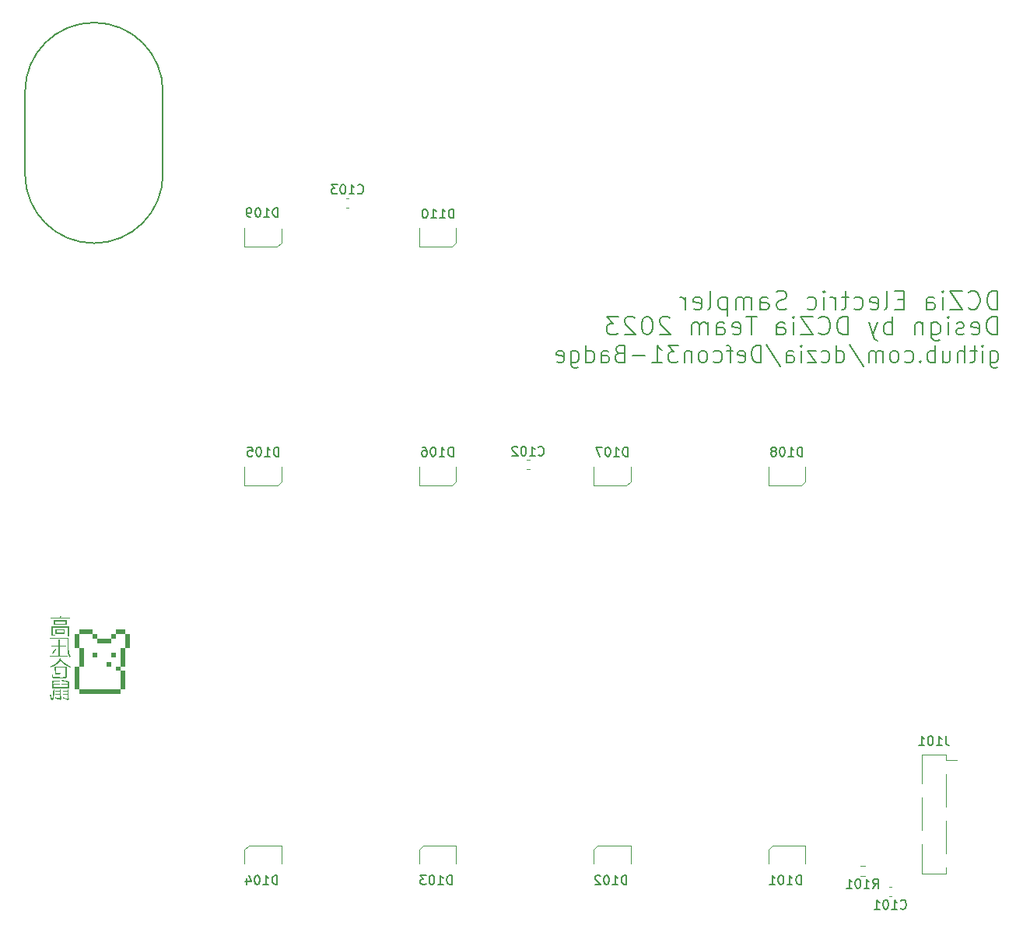
<source format=gbr>
%TF.GenerationSoftware,KiCad,Pcbnew,7.0.2*%
%TF.CreationDate,2023-07-16T23:24:56-06:00*%
%TF.ProjectId,dc31-front,64633331-2d66-4726-9f6e-742e6b696361,rev?*%
%TF.SameCoordinates,Original*%
%TF.FileFunction,Legend,Bot*%
%TF.FilePolarity,Positive*%
%FSLAX46Y46*%
G04 Gerber Fmt 4.6, Leading zero omitted, Abs format (unit mm)*
G04 Created by KiCad (PCBNEW 7.0.2) date 2023-07-16 23:24:56*
%MOMM*%
%LPD*%
G01*
G04 APERTURE LIST*
%ADD10C,0.200000*%
%ADD11C,0.150000*%
%ADD12C,0.120000*%
G04 APERTURE END LIST*
D10*
X203150000Y-94394714D02*
X203150000Y-95851857D01*
X203150000Y-95851857D02*
X203235714Y-96023285D01*
X203235714Y-96023285D02*
X203321428Y-96109000D01*
X203321428Y-96109000D02*
X203492857Y-96194714D01*
X203492857Y-96194714D02*
X203750000Y-96194714D01*
X203750000Y-96194714D02*
X203921428Y-96109000D01*
X203150000Y-95509000D02*
X203321428Y-95594714D01*
X203321428Y-95594714D02*
X203664285Y-95594714D01*
X203664285Y-95594714D02*
X203835714Y-95509000D01*
X203835714Y-95509000D02*
X203921428Y-95423285D01*
X203921428Y-95423285D02*
X204007142Y-95251857D01*
X204007142Y-95251857D02*
X204007142Y-94737571D01*
X204007142Y-94737571D02*
X203921428Y-94566142D01*
X203921428Y-94566142D02*
X203835714Y-94480428D01*
X203835714Y-94480428D02*
X203664285Y-94394714D01*
X203664285Y-94394714D02*
X203321428Y-94394714D01*
X203321428Y-94394714D02*
X203150000Y-94480428D01*
X202292857Y-95594714D02*
X202292857Y-94394714D01*
X202292857Y-93794714D02*
X202378571Y-93880428D01*
X202378571Y-93880428D02*
X202292857Y-93966142D01*
X202292857Y-93966142D02*
X202207143Y-93880428D01*
X202207143Y-93880428D02*
X202292857Y-93794714D01*
X202292857Y-93794714D02*
X202292857Y-93966142D01*
X201692857Y-94394714D02*
X201007143Y-94394714D01*
X201435714Y-93794714D02*
X201435714Y-95337571D01*
X201435714Y-95337571D02*
X201350000Y-95509000D01*
X201350000Y-95509000D02*
X201178571Y-95594714D01*
X201178571Y-95594714D02*
X201007143Y-95594714D01*
X200407143Y-95594714D02*
X200407143Y-93794714D01*
X199635715Y-95594714D02*
X199635715Y-94651857D01*
X199635715Y-94651857D02*
X199721429Y-94480428D01*
X199721429Y-94480428D02*
X199892857Y-94394714D01*
X199892857Y-94394714D02*
X200150000Y-94394714D01*
X200150000Y-94394714D02*
X200321429Y-94480428D01*
X200321429Y-94480428D02*
X200407143Y-94566142D01*
X198007144Y-94394714D02*
X198007144Y-95594714D01*
X198778572Y-94394714D02*
X198778572Y-95337571D01*
X198778572Y-95337571D02*
X198692858Y-95509000D01*
X198692858Y-95509000D02*
X198521429Y-95594714D01*
X198521429Y-95594714D02*
X198264286Y-95594714D01*
X198264286Y-95594714D02*
X198092858Y-95509000D01*
X198092858Y-95509000D02*
X198007144Y-95423285D01*
X197150001Y-95594714D02*
X197150001Y-93794714D01*
X197150001Y-94480428D02*
X196978573Y-94394714D01*
X196978573Y-94394714D02*
X196635715Y-94394714D01*
X196635715Y-94394714D02*
X196464287Y-94480428D01*
X196464287Y-94480428D02*
X196378573Y-94566142D01*
X196378573Y-94566142D02*
X196292858Y-94737571D01*
X196292858Y-94737571D02*
X196292858Y-95251857D01*
X196292858Y-95251857D02*
X196378573Y-95423285D01*
X196378573Y-95423285D02*
X196464287Y-95509000D01*
X196464287Y-95509000D02*
X196635715Y-95594714D01*
X196635715Y-95594714D02*
X196978573Y-95594714D01*
X196978573Y-95594714D02*
X197150001Y-95509000D01*
X195521430Y-95423285D02*
X195435716Y-95509000D01*
X195435716Y-95509000D02*
X195521430Y-95594714D01*
X195521430Y-95594714D02*
X195607144Y-95509000D01*
X195607144Y-95509000D02*
X195521430Y-95423285D01*
X195521430Y-95423285D02*
X195521430Y-95594714D01*
X193892859Y-95509000D02*
X194064287Y-95594714D01*
X194064287Y-95594714D02*
X194407144Y-95594714D01*
X194407144Y-95594714D02*
X194578573Y-95509000D01*
X194578573Y-95509000D02*
X194664287Y-95423285D01*
X194664287Y-95423285D02*
X194750001Y-95251857D01*
X194750001Y-95251857D02*
X194750001Y-94737571D01*
X194750001Y-94737571D02*
X194664287Y-94566142D01*
X194664287Y-94566142D02*
X194578573Y-94480428D01*
X194578573Y-94480428D02*
X194407144Y-94394714D01*
X194407144Y-94394714D02*
X194064287Y-94394714D01*
X194064287Y-94394714D02*
X193892859Y-94480428D01*
X192864287Y-95594714D02*
X193035716Y-95509000D01*
X193035716Y-95509000D02*
X193121430Y-95423285D01*
X193121430Y-95423285D02*
X193207144Y-95251857D01*
X193207144Y-95251857D02*
X193207144Y-94737571D01*
X193207144Y-94737571D02*
X193121430Y-94566142D01*
X193121430Y-94566142D02*
X193035716Y-94480428D01*
X193035716Y-94480428D02*
X192864287Y-94394714D01*
X192864287Y-94394714D02*
X192607144Y-94394714D01*
X192607144Y-94394714D02*
X192435716Y-94480428D01*
X192435716Y-94480428D02*
X192350002Y-94566142D01*
X192350002Y-94566142D02*
X192264287Y-94737571D01*
X192264287Y-94737571D02*
X192264287Y-95251857D01*
X192264287Y-95251857D02*
X192350002Y-95423285D01*
X192350002Y-95423285D02*
X192435716Y-95509000D01*
X192435716Y-95509000D02*
X192607144Y-95594714D01*
X192607144Y-95594714D02*
X192864287Y-95594714D01*
X191492859Y-95594714D02*
X191492859Y-94394714D01*
X191492859Y-94566142D02*
X191407145Y-94480428D01*
X191407145Y-94480428D02*
X191235716Y-94394714D01*
X191235716Y-94394714D02*
X190978573Y-94394714D01*
X190978573Y-94394714D02*
X190807145Y-94480428D01*
X190807145Y-94480428D02*
X190721431Y-94651857D01*
X190721431Y-94651857D02*
X190721431Y-95594714D01*
X190721431Y-94651857D02*
X190635716Y-94480428D01*
X190635716Y-94480428D02*
X190464288Y-94394714D01*
X190464288Y-94394714D02*
X190207145Y-94394714D01*
X190207145Y-94394714D02*
X190035716Y-94480428D01*
X190035716Y-94480428D02*
X189950002Y-94651857D01*
X189950002Y-94651857D02*
X189950002Y-95594714D01*
X187807145Y-93709000D02*
X189350002Y-96023285D01*
X186435717Y-95594714D02*
X186435717Y-93794714D01*
X186435717Y-95509000D02*
X186607145Y-95594714D01*
X186607145Y-95594714D02*
X186950002Y-95594714D01*
X186950002Y-95594714D02*
X187121431Y-95509000D01*
X187121431Y-95509000D02*
X187207145Y-95423285D01*
X187207145Y-95423285D02*
X187292859Y-95251857D01*
X187292859Y-95251857D02*
X187292859Y-94737571D01*
X187292859Y-94737571D02*
X187207145Y-94566142D01*
X187207145Y-94566142D02*
X187121431Y-94480428D01*
X187121431Y-94480428D02*
X186950002Y-94394714D01*
X186950002Y-94394714D02*
X186607145Y-94394714D01*
X186607145Y-94394714D02*
X186435717Y-94480428D01*
X184807146Y-95509000D02*
X184978574Y-95594714D01*
X184978574Y-95594714D02*
X185321431Y-95594714D01*
X185321431Y-95594714D02*
X185492860Y-95509000D01*
X185492860Y-95509000D02*
X185578574Y-95423285D01*
X185578574Y-95423285D02*
X185664288Y-95251857D01*
X185664288Y-95251857D02*
X185664288Y-94737571D01*
X185664288Y-94737571D02*
X185578574Y-94566142D01*
X185578574Y-94566142D02*
X185492860Y-94480428D01*
X185492860Y-94480428D02*
X185321431Y-94394714D01*
X185321431Y-94394714D02*
X184978574Y-94394714D01*
X184978574Y-94394714D02*
X184807146Y-94480428D01*
X184207146Y-94394714D02*
X183264289Y-94394714D01*
X183264289Y-94394714D02*
X184207146Y-95594714D01*
X184207146Y-95594714D02*
X183264289Y-95594714D01*
X182578574Y-95594714D02*
X182578574Y-94394714D01*
X182578574Y-93794714D02*
X182664288Y-93880428D01*
X182664288Y-93880428D02*
X182578574Y-93966142D01*
X182578574Y-93966142D02*
X182492860Y-93880428D01*
X182492860Y-93880428D02*
X182578574Y-93794714D01*
X182578574Y-93794714D02*
X182578574Y-93966142D01*
X180950003Y-95594714D02*
X180950003Y-94651857D01*
X180950003Y-94651857D02*
X181035717Y-94480428D01*
X181035717Y-94480428D02*
X181207145Y-94394714D01*
X181207145Y-94394714D02*
X181550003Y-94394714D01*
X181550003Y-94394714D02*
X181721431Y-94480428D01*
X180950003Y-95509000D02*
X181121431Y-95594714D01*
X181121431Y-95594714D02*
X181550003Y-95594714D01*
X181550003Y-95594714D02*
X181721431Y-95509000D01*
X181721431Y-95509000D02*
X181807145Y-95337571D01*
X181807145Y-95337571D02*
X181807145Y-95166142D01*
X181807145Y-95166142D02*
X181721431Y-94994714D01*
X181721431Y-94994714D02*
X181550003Y-94909000D01*
X181550003Y-94909000D02*
X181121431Y-94909000D01*
X181121431Y-94909000D02*
X180950003Y-94823285D01*
X178807146Y-93709000D02*
X180350003Y-96023285D01*
X178207146Y-95594714D02*
X178207146Y-93794714D01*
X178207146Y-93794714D02*
X177778575Y-93794714D01*
X177778575Y-93794714D02*
X177521432Y-93880428D01*
X177521432Y-93880428D02*
X177350003Y-94051857D01*
X177350003Y-94051857D02*
X177264289Y-94223285D01*
X177264289Y-94223285D02*
X177178575Y-94566142D01*
X177178575Y-94566142D02*
X177178575Y-94823285D01*
X177178575Y-94823285D02*
X177264289Y-95166142D01*
X177264289Y-95166142D02*
X177350003Y-95337571D01*
X177350003Y-95337571D02*
X177521432Y-95509000D01*
X177521432Y-95509000D02*
X177778575Y-95594714D01*
X177778575Y-95594714D02*
X178207146Y-95594714D01*
X175721432Y-95509000D02*
X175892860Y-95594714D01*
X175892860Y-95594714D02*
X176235718Y-95594714D01*
X176235718Y-95594714D02*
X176407146Y-95509000D01*
X176407146Y-95509000D02*
X176492860Y-95337571D01*
X176492860Y-95337571D02*
X176492860Y-94651857D01*
X176492860Y-94651857D02*
X176407146Y-94480428D01*
X176407146Y-94480428D02*
X176235718Y-94394714D01*
X176235718Y-94394714D02*
X175892860Y-94394714D01*
X175892860Y-94394714D02*
X175721432Y-94480428D01*
X175721432Y-94480428D02*
X175635718Y-94651857D01*
X175635718Y-94651857D02*
X175635718Y-94823285D01*
X175635718Y-94823285D02*
X176492860Y-94994714D01*
X175121432Y-94394714D02*
X174435718Y-94394714D01*
X174864289Y-95594714D02*
X174864289Y-94051857D01*
X174864289Y-94051857D02*
X174778575Y-93880428D01*
X174778575Y-93880428D02*
X174607146Y-93794714D01*
X174607146Y-93794714D02*
X174435718Y-93794714D01*
X173064290Y-95509000D02*
X173235718Y-95594714D01*
X173235718Y-95594714D02*
X173578575Y-95594714D01*
X173578575Y-95594714D02*
X173750004Y-95509000D01*
X173750004Y-95509000D02*
X173835718Y-95423285D01*
X173835718Y-95423285D02*
X173921432Y-95251857D01*
X173921432Y-95251857D02*
X173921432Y-94737571D01*
X173921432Y-94737571D02*
X173835718Y-94566142D01*
X173835718Y-94566142D02*
X173750004Y-94480428D01*
X173750004Y-94480428D02*
X173578575Y-94394714D01*
X173578575Y-94394714D02*
X173235718Y-94394714D01*
X173235718Y-94394714D02*
X173064290Y-94480428D01*
X172035718Y-95594714D02*
X172207147Y-95509000D01*
X172207147Y-95509000D02*
X172292861Y-95423285D01*
X172292861Y-95423285D02*
X172378575Y-95251857D01*
X172378575Y-95251857D02*
X172378575Y-94737571D01*
X172378575Y-94737571D02*
X172292861Y-94566142D01*
X172292861Y-94566142D02*
X172207147Y-94480428D01*
X172207147Y-94480428D02*
X172035718Y-94394714D01*
X172035718Y-94394714D02*
X171778575Y-94394714D01*
X171778575Y-94394714D02*
X171607147Y-94480428D01*
X171607147Y-94480428D02*
X171521433Y-94566142D01*
X171521433Y-94566142D02*
X171435718Y-94737571D01*
X171435718Y-94737571D02*
X171435718Y-95251857D01*
X171435718Y-95251857D02*
X171521433Y-95423285D01*
X171521433Y-95423285D02*
X171607147Y-95509000D01*
X171607147Y-95509000D02*
X171778575Y-95594714D01*
X171778575Y-95594714D02*
X172035718Y-95594714D01*
X170664290Y-94394714D02*
X170664290Y-95594714D01*
X170664290Y-94566142D02*
X170578576Y-94480428D01*
X170578576Y-94480428D02*
X170407147Y-94394714D01*
X170407147Y-94394714D02*
X170150004Y-94394714D01*
X170150004Y-94394714D02*
X169978576Y-94480428D01*
X169978576Y-94480428D02*
X169892862Y-94651857D01*
X169892862Y-94651857D02*
X169892862Y-95594714D01*
X169207148Y-93794714D02*
X168092862Y-93794714D01*
X168092862Y-93794714D02*
X168692862Y-94480428D01*
X168692862Y-94480428D02*
X168435719Y-94480428D01*
X168435719Y-94480428D02*
X168264291Y-94566142D01*
X168264291Y-94566142D02*
X168178576Y-94651857D01*
X168178576Y-94651857D02*
X168092862Y-94823285D01*
X168092862Y-94823285D02*
X168092862Y-95251857D01*
X168092862Y-95251857D02*
X168178576Y-95423285D01*
X168178576Y-95423285D02*
X168264291Y-95509000D01*
X168264291Y-95509000D02*
X168435719Y-95594714D01*
X168435719Y-95594714D02*
X168950005Y-95594714D01*
X168950005Y-95594714D02*
X169121433Y-95509000D01*
X169121433Y-95509000D02*
X169207148Y-95423285D01*
X166378576Y-95594714D02*
X167407147Y-95594714D01*
X166892862Y-95594714D02*
X166892862Y-93794714D01*
X166892862Y-93794714D02*
X167064290Y-94051857D01*
X167064290Y-94051857D02*
X167235719Y-94223285D01*
X167235719Y-94223285D02*
X167407147Y-94309000D01*
X165607147Y-94909000D02*
X164235719Y-94909000D01*
X162778576Y-94651857D02*
X162521433Y-94737571D01*
X162521433Y-94737571D02*
X162435719Y-94823285D01*
X162435719Y-94823285D02*
X162350005Y-94994714D01*
X162350005Y-94994714D02*
X162350005Y-95251857D01*
X162350005Y-95251857D02*
X162435719Y-95423285D01*
X162435719Y-95423285D02*
X162521433Y-95509000D01*
X162521433Y-95509000D02*
X162692862Y-95594714D01*
X162692862Y-95594714D02*
X163378576Y-95594714D01*
X163378576Y-95594714D02*
X163378576Y-93794714D01*
X163378576Y-93794714D02*
X162778576Y-93794714D01*
X162778576Y-93794714D02*
X162607148Y-93880428D01*
X162607148Y-93880428D02*
X162521433Y-93966142D01*
X162521433Y-93966142D02*
X162435719Y-94137571D01*
X162435719Y-94137571D02*
X162435719Y-94309000D01*
X162435719Y-94309000D02*
X162521433Y-94480428D01*
X162521433Y-94480428D02*
X162607148Y-94566142D01*
X162607148Y-94566142D02*
X162778576Y-94651857D01*
X162778576Y-94651857D02*
X163378576Y-94651857D01*
X160807148Y-95594714D02*
X160807148Y-94651857D01*
X160807148Y-94651857D02*
X160892862Y-94480428D01*
X160892862Y-94480428D02*
X161064290Y-94394714D01*
X161064290Y-94394714D02*
X161407148Y-94394714D01*
X161407148Y-94394714D02*
X161578576Y-94480428D01*
X160807148Y-95509000D02*
X160978576Y-95594714D01*
X160978576Y-95594714D02*
X161407148Y-95594714D01*
X161407148Y-95594714D02*
X161578576Y-95509000D01*
X161578576Y-95509000D02*
X161664290Y-95337571D01*
X161664290Y-95337571D02*
X161664290Y-95166142D01*
X161664290Y-95166142D02*
X161578576Y-94994714D01*
X161578576Y-94994714D02*
X161407148Y-94909000D01*
X161407148Y-94909000D02*
X160978576Y-94909000D01*
X160978576Y-94909000D02*
X160807148Y-94823285D01*
X159178577Y-95594714D02*
X159178577Y-93794714D01*
X159178577Y-95509000D02*
X159350005Y-95594714D01*
X159350005Y-95594714D02*
X159692862Y-95594714D01*
X159692862Y-95594714D02*
X159864291Y-95509000D01*
X159864291Y-95509000D02*
X159950005Y-95423285D01*
X159950005Y-95423285D02*
X160035719Y-95251857D01*
X160035719Y-95251857D02*
X160035719Y-94737571D01*
X160035719Y-94737571D02*
X159950005Y-94566142D01*
X159950005Y-94566142D02*
X159864291Y-94480428D01*
X159864291Y-94480428D02*
X159692862Y-94394714D01*
X159692862Y-94394714D02*
X159350005Y-94394714D01*
X159350005Y-94394714D02*
X159178577Y-94480428D01*
X157550006Y-94394714D02*
X157550006Y-95851857D01*
X157550006Y-95851857D02*
X157635720Y-96023285D01*
X157635720Y-96023285D02*
X157721434Y-96109000D01*
X157721434Y-96109000D02*
X157892863Y-96194714D01*
X157892863Y-96194714D02*
X158150006Y-96194714D01*
X158150006Y-96194714D02*
X158321434Y-96109000D01*
X157550006Y-95509000D02*
X157721434Y-95594714D01*
X157721434Y-95594714D02*
X158064291Y-95594714D01*
X158064291Y-95594714D02*
X158235720Y-95509000D01*
X158235720Y-95509000D02*
X158321434Y-95423285D01*
X158321434Y-95423285D02*
X158407148Y-95251857D01*
X158407148Y-95251857D02*
X158407148Y-94737571D01*
X158407148Y-94737571D02*
X158321434Y-94566142D01*
X158321434Y-94566142D02*
X158235720Y-94480428D01*
X158235720Y-94480428D02*
X158064291Y-94394714D01*
X158064291Y-94394714D02*
X157721434Y-94394714D01*
X157721434Y-94394714D02*
X157550006Y-94480428D01*
X156007149Y-95509000D02*
X156178577Y-95594714D01*
X156178577Y-95594714D02*
X156521435Y-95594714D01*
X156521435Y-95594714D02*
X156692863Y-95509000D01*
X156692863Y-95509000D02*
X156778577Y-95337571D01*
X156778577Y-95337571D02*
X156778577Y-94651857D01*
X156778577Y-94651857D02*
X156692863Y-94480428D01*
X156692863Y-94480428D02*
X156521435Y-94394714D01*
X156521435Y-94394714D02*
X156178577Y-94394714D01*
X156178577Y-94394714D02*
X156007149Y-94480428D01*
X156007149Y-94480428D02*
X155921435Y-94651857D01*
X155921435Y-94651857D02*
X155921435Y-94823285D01*
X155921435Y-94823285D02*
X156778577Y-94994714D01*
X203918809Y-92600238D02*
X203918809Y-90600238D01*
X203918809Y-90600238D02*
X203442619Y-90600238D01*
X203442619Y-90600238D02*
X203156904Y-90695476D01*
X203156904Y-90695476D02*
X202966428Y-90885952D01*
X202966428Y-90885952D02*
X202871190Y-91076428D01*
X202871190Y-91076428D02*
X202775952Y-91457380D01*
X202775952Y-91457380D02*
X202775952Y-91743095D01*
X202775952Y-91743095D02*
X202871190Y-92124047D01*
X202871190Y-92124047D02*
X202966428Y-92314523D01*
X202966428Y-92314523D02*
X203156904Y-92505000D01*
X203156904Y-92505000D02*
X203442619Y-92600238D01*
X203442619Y-92600238D02*
X203918809Y-92600238D01*
X201156904Y-92505000D02*
X201347380Y-92600238D01*
X201347380Y-92600238D02*
X201728333Y-92600238D01*
X201728333Y-92600238D02*
X201918809Y-92505000D01*
X201918809Y-92505000D02*
X202014047Y-92314523D01*
X202014047Y-92314523D02*
X202014047Y-91552619D01*
X202014047Y-91552619D02*
X201918809Y-91362142D01*
X201918809Y-91362142D02*
X201728333Y-91266904D01*
X201728333Y-91266904D02*
X201347380Y-91266904D01*
X201347380Y-91266904D02*
X201156904Y-91362142D01*
X201156904Y-91362142D02*
X201061666Y-91552619D01*
X201061666Y-91552619D02*
X201061666Y-91743095D01*
X201061666Y-91743095D02*
X202014047Y-91933571D01*
X200299761Y-92505000D02*
X200109285Y-92600238D01*
X200109285Y-92600238D02*
X199728333Y-92600238D01*
X199728333Y-92600238D02*
X199537856Y-92505000D01*
X199537856Y-92505000D02*
X199442618Y-92314523D01*
X199442618Y-92314523D02*
X199442618Y-92219285D01*
X199442618Y-92219285D02*
X199537856Y-92028809D01*
X199537856Y-92028809D02*
X199728333Y-91933571D01*
X199728333Y-91933571D02*
X200014047Y-91933571D01*
X200014047Y-91933571D02*
X200204523Y-91838333D01*
X200204523Y-91838333D02*
X200299761Y-91647857D01*
X200299761Y-91647857D02*
X200299761Y-91552619D01*
X200299761Y-91552619D02*
X200204523Y-91362142D01*
X200204523Y-91362142D02*
X200014047Y-91266904D01*
X200014047Y-91266904D02*
X199728333Y-91266904D01*
X199728333Y-91266904D02*
X199537856Y-91362142D01*
X198585475Y-92600238D02*
X198585475Y-91266904D01*
X198585475Y-90600238D02*
X198680713Y-90695476D01*
X198680713Y-90695476D02*
X198585475Y-90790714D01*
X198585475Y-90790714D02*
X198490237Y-90695476D01*
X198490237Y-90695476D02*
X198585475Y-90600238D01*
X198585475Y-90600238D02*
X198585475Y-90790714D01*
X196775951Y-91266904D02*
X196775951Y-92885952D01*
X196775951Y-92885952D02*
X196871189Y-93076428D01*
X196871189Y-93076428D02*
X196966427Y-93171666D01*
X196966427Y-93171666D02*
X197156904Y-93266904D01*
X197156904Y-93266904D02*
X197442618Y-93266904D01*
X197442618Y-93266904D02*
X197633094Y-93171666D01*
X196775951Y-92505000D02*
X196966427Y-92600238D01*
X196966427Y-92600238D02*
X197347380Y-92600238D01*
X197347380Y-92600238D02*
X197537856Y-92505000D01*
X197537856Y-92505000D02*
X197633094Y-92409761D01*
X197633094Y-92409761D02*
X197728332Y-92219285D01*
X197728332Y-92219285D02*
X197728332Y-91647857D01*
X197728332Y-91647857D02*
X197633094Y-91457380D01*
X197633094Y-91457380D02*
X197537856Y-91362142D01*
X197537856Y-91362142D02*
X197347380Y-91266904D01*
X197347380Y-91266904D02*
X196966427Y-91266904D01*
X196966427Y-91266904D02*
X196775951Y-91362142D01*
X195823570Y-91266904D02*
X195823570Y-92600238D01*
X195823570Y-91457380D02*
X195728332Y-91362142D01*
X195728332Y-91362142D02*
X195537856Y-91266904D01*
X195537856Y-91266904D02*
X195252141Y-91266904D01*
X195252141Y-91266904D02*
X195061665Y-91362142D01*
X195061665Y-91362142D02*
X194966427Y-91552619D01*
X194966427Y-91552619D02*
X194966427Y-92600238D01*
X192490236Y-92600238D02*
X192490236Y-90600238D01*
X192490236Y-91362142D02*
X192299760Y-91266904D01*
X192299760Y-91266904D02*
X191918807Y-91266904D01*
X191918807Y-91266904D02*
X191728331Y-91362142D01*
X191728331Y-91362142D02*
X191633093Y-91457380D01*
X191633093Y-91457380D02*
X191537855Y-91647857D01*
X191537855Y-91647857D02*
X191537855Y-92219285D01*
X191537855Y-92219285D02*
X191633093Y-92409761D01*
X191633093Y-92409761D02*
X191728331Y-92505000D01*
X191728331Y-92505000D02*
X191918807Y-92600238D01*
X191918807Y-92600238D02*
X192299760Y-92600238D01*
X192299760Y-92600238D02*
X192490236Y-92505000D01*
X190871188Y-91266904D02*
X190394998Y-92600238D01*
X189918807Y-91266904D02*
X190394998Y-92600238D01*
X190394998Y-92600238D02*
X190585474Y-93076428D01*
X190585474Y-93076428D02*
X190680712Y-93171666D01*
X190680712Y-93171666D02*
X190871188Y-93266904D01*
X187633092Y-92600238D02*
X187633092Y-90600238D01*
X187633092Y-90600238D02*
X187156902Y-90600238D01*
X187156902Y-90600238D02*
X186871187Y-90695476D01*
X186871187Y-90695476D02*
X186680711Y-90885952D01*
X186680711Y-90885952D02*
X186585473Y-91076428D01*
X186585473Y-91076428D02*
X186490235Y-91457380D01*
X186490235Y-91457380D02*
X186490235Y-91743095D01*
X186490235Y-91743095D02*
X186585473Y-92124047D01*
X186585473Y-92124047D02*
X186680711Y-92314523D01*
X186680711Y-92314523D02*
X186871187Y-92505000D01*
X186871187Y-92505000D02*
X187156902Y-92600238D01*
X187156902Y-92600238D02*
X187633092Y-92600238D01*
X184490235Y-92409761D02*
X184585473Y-92505000D01*
X184585473Y-92505000D02*
X184871187Y-92600238D01*
X184871187Y-92600238D02*
X185061663Y-92600238D01*
X185061663Y-92600238D02*
X185347378Y-92505000D01*
X185347378Y-92505000D02*
X185537854Y-92314523D01*
X185537854Y-92314523D02*
X185633092Y-92124047D01*
X185633092Y-92124047D02*
X185728330Y-91743095D01*
X185728330Y-91743095D02*
X185728330Y-91457380D01*
X185728330Y-91457380D02*
X185633092Y-91076428D01*
X185633092Y-91076428D02*
X185537854Y-90885952D01*
X185537854Y-90885952D02*
X185347378Y-90695476D01*
X185347378Y-90695476D02*
X185061663Y-90600238D01*
X185061663Y-90600238D02*
X184871187Y-90600238D01*
X184871187Y-90600238D02*
X184585473Y-90695476D01*
X184585473Y-90695476D02*
X184490235Y-90790714D01*
X183823568Y-90600238D02*
X182490235Y-90600238D01*
X182490235Y-90600238D02*
X183823568Y-92600238D01*
X183823568Y-92600238D02*
X182490235Y-92600238D01*
X181728330Y-92600238D02*
X181728330Y-91266904D01*
X181728330Y-90600238D02*
X181823568Y-90695476D01*
X181823568Y-90695476D02*
X181728330Y-90790714D01*
X181728330Y-90790714D02*
X181633092Y-90695476D01*
X181633092Y-90695476D02*
X181728330Y-90600238D01*
X181728330Y-90600238D02*
X181728330Y-90790714D01*
X179918806Y-92600238D02*
X179918806Y-91552619D01*
X179918806Y-91552619D02*
X180014044Y-91362142D01*
X180014044Y-91362142D02*
X180204520Y-91266904D01*
X180204520Y-91266904D02*
X180585473Y-91266904D01*
X180585473Y-91266904D02*
X180775949Y-91362142D01*
X179918806Y-92505000D02*
X180109282Y-92600238D01*
X180109282Y-92600238D02*
X180585473Y-92600238D01*
X180585473Y-92600238D02*
X180775949Y-92505000D01*
X180775949Y-92505000D02*
X180871187Y-92314523D01*
X180871187Y-92314523D02*
X180871187Y-92124047D01*
X180871187Y-92124047D02*
X180775949Y-91933571D01*
X180775949Y-91933571D02*
X180585473Y-91838333D01*
X180585473Y-91838333D02*
X180109282Y-91838333D01*
X180109282Y-91838333D02*
X179918806Y-91743095D01*
X177728329Y-90600238D02*
X176585472Y-90600238D01*
X177156901Y-92600238D02*
X177156901Y-90600238D01*
X175156900Y-92505000D02*
X175347376Y-92600238D01*
X175347376Y-92600238D02*
X175728329Y-92600238D01*
X175728329Y-92600238D02*
X175918805Y-92505000D01*
X175918805Y-92505000D02*
X176014043Y-92314523D01*
X176014043Y-92314523D02*
X176014043Y-91552619D01*
X176014043Y-91552619D02*
X175918805Y-91362142D01*
X175918805Y-91362142D02*
X175728329Y-91266904D01*
X175728329Y-91266904D02*
X175347376Y-91266904D01*
X175347376Y-91266904D02*
X175156900Y-91362142D01*
X175156900Y-91362142D02*
X175061662Y-91552619D01*
X175061662Y-91552619D02*
X175061662Y-91743095D01*
X175061662Y-91743095D02*
X176014043Y-91933571D01*
X173347376Y-92600238D02*
X173347376Y-91552619D01*
X173347376Y-91552619D02*
X173442614Y-91362142D01*
X173442614Y-91362142D02*
X173633090Y-91266904D01*
X173633090Y-91266904D02*
X174014043Y-91266904D01*
X174014043Y-91266904D02*
X174204519Y-91362142D01*
X173347376Y-92505000D02*
X173537852Y-92600238D01*
X173537852Y-92600238D02*
X174014043Y-92600238D01*
X174014043Y-92600238D02*
X174204519Y-92505000D01*
X174204519Y-92505000D02*
X174299757Y-92314523D01*
X174299757Y-92314523D02*
X174299757Y-92124047D01*
X174299757Y-92124047D02*
X174204519Y-91933571D01*
X174204519Y-91933571D02*
X174014043Y-91838333D01*
X174014043Y-91838333D02*
X173537852Y-91838333D01*
X173537852Y-91838333D02*
X173347376Y-91743095D01*
X172394995Y-92600238D02*
X172394995Y-91266904D01*
X172394995Y-91457380D02*
X172299757Y-91362142D01*
X172299757Y-91362142D02*
X172109281Y-91266904D01*
X172109281Y-91266904D02*
X171823566Y-91266904D01*
X171823566Y-91266904D02*
X171633090Y-91362142D01*
X171633090Y-91362142D02*
X171537852Y-91552619D01*
X171537852Y-91552619D02*
X171537852Y-92600238D01*
X171537852Y-91552619D02*
X171442614Y-91362142D01*
X171442614Y-91362142D02*
X171252138Y-91266904D01*
X171252138Y-91266904D02*
X170966424Y-91266904D01*
X170966424Y-91266904D02*
X170775947Y-91362142D01*
X170775947Y-91362142D02*
X170680709Y-91552619D01*
X170680709Y-91552619D02*
X170680709Y-92600238D01*
X168299756Y-90790714D02*
X168204518Y-90695476D01*
X168204518Y-90695476D02*
X168014042Y-90600238D01*
X168014042Y-90600238D02*
X167537851Y-90600238D01*
X167537851Y-90600238D02*
X167347375Y-90695476D01*
X167347375Y-90695476D02*
X167252137Y-90790714D01*
X167252137Y-90790714D02*
X167156899Y-90981190D01*
X167156899Y-90981190D02*
X167156899Y-91171666D01*
X167156899Y-91171666D02*
X167252137Y-91457380D01*
X167252137Y-91457380D02*
X168394994Y-92600238D01*
X168394994Y-92600238D02*
X167156899Y-92600238D01*
X165918804Y-90600238D02*
X165728327Y-90600238D01*
X165728327Y-90600238D02*
X165537851Y-90695476D01*
X165537851Y-90695476D02*
X165442613Y-90790714D01*
X165442613Y-90790714D02*
X165347375Y-90981190D01*
X165347375Y-90981190D02*
X165252137Y-91362142D01*
X165252137Y-91362142D02*
X165252137Y-91838333D01*
X165252137Y-91838333D02*
X165347375Y-92219285D01*
X165347375Y-92219285D02*
X165442613Y-92409761D01*
X165442613Y-92409761D02*
X165537851Y-92505000D01*
X165537851Y-92505000D02*
X165728327Y-92600238D01*
X165728327Y-92600238D02*
X165918804Y-92600238D01*
X165918804Y-92600238D02*
X166109280Y-92505000D01*
X166109280Y-92505000D02*
X166204518Y-92409761D01*
X166204518Y-92409761D02*
X166299756Y-92219285D01*
X166299756Y-92219285D02*
X166394994Y-91838333D01*
X166394994Y-91838333D02*
X166394994Y-91362142D01*
X166394994Y-91362142D02*
X166299756Y-90981190D01*
X166299756Y-90981190D02*
X166204518Y-90790714D01*
X166204518Y-90790714D02*
X166109280Y-90695476D01*
X166109280Y-90695476D02*
X165918804Y-90600238D01*
X164490232Y-90790714D02*
X164394994Y-90695476D01*
X164394994Y-90695476D02*
X164204518Y-90600238D01*
X164204518Y-90600238D02*
X163728327Y-90600238D01*
X163728327Y-90600238D02*
X163537851Y-90695476D01*
X163537851Y-90695476D02*
X163442613Y-90790714D01*
X163442613Y-90790714D02*
X163347375Y-90981190D01*
X163347375Y-90981190D02*
X163347375Y-91171666D01*
X163347375Y-91171666D02*
X163442613Y-91457380D01*
X163442613Y-91457380D02*
X164585470Y-92600238D01*
X164585470Y-92600238D02*
X163347375Y-92600238D01*
X162680708Y-90600238D02*
X161442613Y-90600238D01*
X161442613Y-90600238D02*
X162109280Y-91362142D01*
X162109280Y-91362142D02*
X161823565Y-91362142D01*
X161823565Y-91362142D02*
X161633089Y-91457380D01*
X161633089Y-91457380D02*
X161537851Y-91552619D01*
X161537851Y-91552619D02*
X161442613Y-91743095D01*
X161442613Y-91743095D02*
X161442613Y-92219285D01*
X161442613Y-92219285D02*
X161537851Y-92409761D01*
X161537851Y-92409761D02*
X161633089Y-92505000D01*
X161633089Y-92505000D02*
X161823565Y-92600238D01*
X161823565Y-92600238D02*
X162394994Y-92600238D01*
X162394994Y-92600238D02*
X162585470Y-92505000D01*
X162585470Y-92505000D02*
X162680708Y-92409761D01*
X203938809Y-89845238D02*
X203938809Y-87845238D01*
X203938809Y-87845238D02*
X203462619Y-87845238D01*
X203462619Y-87845238D02*
X203176904Y-87940476D01*
X203176904Y-87940476D02*
X202986428Y-88130952D01*
X202986428Y-88130952D02*
X202891190Y-88321428D01*
X202891190Y-88321428D02*
X202795952Y-88702380D01*
X202795952Y-88702380D02*
X202795952Y-88988095D01*
X202795952Y-88988095D02*
X202891190Y-89369047D01*
X202891190Y-89369047D02*
X202986428Y-89559523D01*
X202986428Y-89559523D02*
X203176904Y-89750000D01*
X203176904Y-89750000D02*
X203462619Y-89845238D01*
X203462619Y-89845238D02*
X203938809Y-89845238D01*
X200795952Y-89654761D02*
X200891190Y-89750000D01*
X200891190Y-89750000D02*
X201176904Y-89845238D01*
X201176904Y-89845238D02*
X201367380Y-89845238D01*
X201367380Y-89845238D02*
X201653095Y-89750000D01*
X201653095Y-89750000D02*
X201843571Y-89559523D01*
X201843571Y-89559523D02*
X201938809Y-89369047D01*
X201938809Y-89369047D02*
X202034047Y-88988095D01*
X202034047Y-88988095D02*
X202034047Y-88702380D01*
X202034047Y-88702380D02*
X201938809Y-88321428D01*
X201938809Y-88321428D02*
X201843571Y-88130952D01*
X201843571Y-88130952D02*
X201653095Y-87940476D01*
X201653095Y-87940476D02*
X201367380Y-87845238D01*
X201367380Y-87845238D02*
X201176904Y-87845238D01*
X201176904Y-87845238D02*
X200891190Y-87940476D01*
X200891190Y-87940476D02*
X200795952Y-88035714D01*
X200129285Y-87845238D02*
X198795952Y-87845238D01*
X198795952Y-87845238D02*
X200129285Y-89845238D01*
X200129285Y-89845238D02*
X198795952Y-89845238D01*
X198034047Y-89845238D02*
X198034047Y-88511904D01*
X198034047Y-87845238D02*
X198129285Y-87940476D01*
X198129285Y-87940476D02*
X198034047Y-88035714D01*
X198034047Y-88035714D02*
X197938809Y-87940476D01*
X197938809Y-87940476D02*
X198034047Y-87845238D01*
X198034047Y-87845238D02*
X198034047Y-88035714D01*
X196224523Y-89845238D02*
X196224523Y-88797619D01*
X196224523Y-88797619D02*
X196319761Y-88607142D01*
X196319761Y-88607142D02*
X196510237Y-88511904D01*
X196510237Y-88511904D02*
X196891190Y-88511904D01*
X196891190Y-88511904D02*
X197081666Y-88607142D01*
X196224523Y-89750000D02*
X196414999Y-89845238D01*
X196414999Y-89845238D02*
X196891190Y-89845238D01*
X196891190Y-89845238D02*
X197081666Y-89750000D01*
X197081666Y-89750000D02*
X197176904Y-89559523D01*
X197176904Y-89559523D02*
X197176904Y-89369047D01*
X197176904Y-89369047D02*
X197081666Y-89178571D01*
X197081666Y-89178571D02*
X196891190Y-89083333D01*
X196891190Y-89083333D02*
X196414999Y-89083333D01*
X196414999Y-89083333D02*
X196224523Y-88988095D01*
X193748332Y-88797619D02*
X193081665Y-88797619D01*
X192795951Y-89845238D02*
X193748332Y-89845238D01*
X193748332Y-89845238D02*
X193748332Y-87845238D01*
X193748332Y-87845238D02*
X192795951Y-87845238D01*
X191653094Y-89845238D02*
X191843570Y-89750000D01*
X191843570Y-89750000D02*
X191938808Y-89559523D01*
X191938808Y-89559523D02*
X191938808Y-87845238D01*
X190129284Y-89750000D02*
X190319760Y-89845238D01*
X190319760Y-89845238D02*
X190700713Y-89845238D01*
X190700713Y-89845238D02*
X190891189Y-89750000D01*
X190891189Y-89750000D02*
X190986427Y-89559523D01*
X190986427Y-89559523D02*
X190986427Y-88797619D01*
X190986427Y-88797619D02*
X190891189Y-88607142D01*
X190891189Y-88607142D02*
X190700713Y-88511904D01*
X190700713Y-88511904D02*
X190319760Y-88511904D01*
X190319760Y-88511904D02*
X190129284Y-88607142D01*
X190129284Y-88607142D02*
X190034046Y-88797619D01*
X190034046Y-88797619D02*
X190034046Y-88988095D01*
X190034046Y-88988095D02*
X190986427Y-89178571D01*
X188319760Y-89750000D02*
X188510236Y-89845238D01*
X188510236Y-89845238D02*
X188891189Y-89845238D01*
X188891189Y-89845238D02*
X189081665Y-89750000D01*
X189081665Y-89750000D02*
X189176903Y-89654761D01*
X189176903Y-89654761D02*
X189272141Y-89464285D01*
X189272141Y-89464285D02*
X189272141Y-88892857D01*
X189272141Y-88892857D02*
X189176903Y-88702380D01*
X189176903Y-88702380D02*
X189081665Y-88607142D01*
X189081665Y-88607142D02*
X188891189Y-88511904D01*
X188891189Y-88511904D02*
X188510236Y-88511904D01*
X188510236Y-88511904D02*
X188319760Y-88607142D01*
X187748331Y-88511904D02*
X186986427Y-88511904D01*
X187462617Y-87845238D02*
X187462617Y-89559523D01*
X187462617Y-89559523D02*
X187367379Y-89750000D01*
X187367379Y-89750000D02*
X187176903Y-89845238D01*
X187176903Y-89845238D02*
X186986427Y-89845238D01*
X186319760Y-89845238D02*
X186319760Y-88511904D01*
X186319760Y-88892857D02*
X186224522Y-88702380D01*
X186224522Y-88702380D02*
X186129284Y-88607142D01*
X186129284Y-88607142D02*
X185938808Y-88511904D01*
X185938808Y-88511904D02*
X185748331Y-88511904D01*
X185081665Y-89845238D02*
X185081665Y-88511904D01*
X185081665Y-87845238D02*
X185176903Y-87940476D01*
X185176903Y-87940476D02*
X185081665Y-88035714D01*
X185081665Y-88035714D02*
X184986427Y-87940476D01*
X184986427Y-87940476D02*
X185081665Y-87845238D01*
X185081665Y-87845238D02*
X185081665Y-88035714D01*
X183272141Y-89750000D02*
X183462617Y-89845238D01*
X183462617Y-89845238D02*
X183843570Y-89845238D01*
X183843570Y-89845238D02*
X184034046Y-89750000D01*
X184034046Y-89750000D02*
X184129284Y-89654761D01*
X184129284Y-89654761D02*
X184224522Y-89464285D01*
X184224522Y-89464285D02*
X184224522Y-88892857D01*
X184224522Y-88892857D02*
X184129284Y-88702380D01*
X184129284Y-88702380D02*
X184034046Y-88607142D01*
X184034046Y-88607142D02*
X183843570Y-88511904D01*
X183843570Y-88511904D02*
X183462617Y-88511904D01*
X183462617Y-88511904D02*
X183272141Y-88607142D01*
X180986426Y-89750000D02*
X180700712Y-89845238D01*
X180700712Y-89845238D02*
X180224521Y-89845238D01*
X180224521Y-89845238D02*
X180034045Y-89750000D01*
X180034045Y-89750000D02*
X179938807Y-89654761D01*
X179938807Y-89654761D02*
X179843569Y-89464285D01*
X179843569Y-89464285D02*
X179843569Y-89273809D01*
X179843569Y-89273809D02*
X179938807Y-89083333D01*
X179938807Y-89083333D02*
X180034045Y-88988095D01*
X180034045Y-88988095D02*
X180224521Y-88892857D01*
X180224521Y-88892857D02*
X180605474Y-88797619D01*
X180605474Y-88797619D02*
X180795950Y-88702380D01*
X180795950Y-88702380D02*
X180891188Y-88607142D01*
X180891188Y-88607142D02*
X180986426Y-88416666D01*
X180986426Y-88416666D02*
X180986426Y-88226190D01*
X180986426Y-88226190D02*
X180891188Y-88035714D01*
X180891188Y-88035714D02*
X180795950Y-87940476D01*
X180795950Y-87940476D02*
X180605474Y-87845238D01*
X180605474Y-87845238D02*
X180129283Y-87845238D01*
X180129283Y-87845238D02*
X179843569Y-87940476D01*
X178129283Y-89845238D02*
X178129283Y-88797619D01*
X178129283Y-88797619D02*
X178224521Y-88607142D01*
X178224521Y-88607142D02*
X178414997Y-88511904D01*
X178414997Y-88511904D02*
X178795950Y-88511904D01*
X178795950Y-88511904D02*
X178986426Y-88607142D01*
X178129283Y-89750000D02*
X178319759Y-89845238D01*
X178319759Y-89845238D02*
X178795950Y-89845238D01*
X178795950Y-89845238D02*
X178986426Y-89750000D01*
X178986426Y-89750000D02*
X179081664Y-89559523D01*
X179081664Y-89559523D02*
X179081664Y-89369047D01*
X179081664Y-89369047D02*
X178986426Y-89178571D01*
X178986426Y-89178571D02*
X178795950Y-89083333D01*
X178795950Y-89083333D02*
X178319759Y-89083333D01*
X178319759Y-89083333D02*
X178129283Y-88988095D01*
X177176902Y-89845238D02*
X177176902Y-88511904D01*
X177176902Y-88702380D02*
X177081664Y-88607142D01*
X177081664Y-88607142D02*
X176891188Y-88511904D01*
X176891188Y-88511904D02*
X176605473Y-88511904D01*
X176605473Y-88511904D02*
X176414997Y-88607142D01*
X176414997Y-88607142D02*
X176319759Y-88797619D01*
X176319759Y-88797619D02*
X176319759Y-89845238D01*
X176319759Y-88797619D02*
X176224521Y-88607142D01*
X176224521Y-88607142D02*
X176034045Y-88511904D01*
X176034045Y-88511904D02*
X175748331Y-88511904D01*
X175748331Y-88511904D02*
X175557854Y-88607142D01*
X175557854Y-88607142D02*
X175462616Y-88797619D01*
X175462616Y-88797619D02*
X175462616Y-89845238D01*
X174510235Y-88511904D02*
X174510235Y-90511904D01*
X174510235Y-88607142D02*
X174319759Y-88511904D01*
X174319759Y-88511904D02*
X173938806Y-88511904D01*
X173938806Y-88511904D02*
X173748330Y-88607142D01*
X173748330Y-88607142D02*
X173653092Y-88702380D01*
X173653092Y-88702380D02*
X173557854Y-88892857D01*
X173557854Y-88892857D02*
X173557854Y-89464285D01*
X173557854Y-89464285D02*
X173653092Y-89654761D01*
X173653092Y-89654761D02*
X173748330Y-89750000D01*
X173748330Y-89750000D02*
X173938806Y-89845238D01*
X173938806Y-89845238D02*
X174319759Y-89845238D01*
X174319759Y-89845238D02*
X174510235Y-89750000D01*
X172414997Y-89845238D02*
X172605473Y-89750000D01*
X172605473Y-89750000D02*
X172700711Y-89559523D01*
X172700711Y-89559523D02*
X172700711Y-87845238D01*
X170891187Y-89750000D02*
X171081663Y-89845238D01*
X171081663Y-89845238D02*
X171462616Y-89845238D01*
X171462616Y-89845238D02*
X171653092Y-89750000D01*
X171653092Y-89750000D02*
X171748330Y-89559523D01*
X171748330Y-89559523D02*
X171748330Y-88797619D01*
X171748330Y-88797619D02*
X171653092Y-88607142D01*
X171653092Y-88607142D02*
X171462616Y-88511904D01*
X171462616Y-88511904D02*
X171081663Y-88511904D01*
X171081663Y-88511904D02*
X170891187Y-88607142D01*
X170891187Y-88607142D02*
X170795949Y-88797619D01*
X170795949Y-88797619D02*
X170795949Y-88988095D01*
X170795949Y-88988095D02*
X171748330Y-89178571D01*
X169938806Y-89845238D02*
X169938806Y-88511904D01*
X169938806Y-88892857D02*
X169843568Y-88702380D01*
X169843568Y-88702380D02*
X169748330Y-88607142D01*
X169748330Y-88607142D02*
X169557854Y-88511904D01*
X169557854Y-88511904D02*
X169367377Y-88511904D01*
D11*
%TO.C,J101*%
X198315714Y-136292619D02*
X198315714Y-137006904D01*
X198315714Y-137006904D02*
X198363333Y-137149761D01*
X198363333Y-137149761D02*
X198458571Y-137245000D01*
X198458571Y-137245000D02*
X198601428Y-137292619D01*
X198601428Y-137292619D02*
X198696666Y-137292619D01*
X197315714Y-137292619D02*
X197887142Y-137292619D01*
X197601428Y-137292619D02*
X197601428Y-136292619D01*
X197601428Y-136292619D02*
X197696666Y-136435476D01*
X197696666Y-136435476D02*
X197791904Y-136530714D01*
X197791904Y-136530714D02*
X197887142Y-136578333D01*
X196696666Y-136292619D02*
X196601428Y-136292619D01*
X196601428Y-136292619D02*
X196506190Y-136340238D01*
X196506190Y-136340238D02*
X196458571Y-136387857D01*
X196458571Y-136387857D02*
X196410952Y-136483095D01*
X196410952Y-136483095D02*
X196363333Y-136673571D01*
X196363333Y-136673571D02*
X196363333Y-136911666D01*
X196363333Y-136911666D02*
X196410952Y-137102142D01*
X196410952Y-137102142D02*
X196458571Y-137197380D01*
X196458571Y-137197380D02*
X196506190Y-137245000D01*
X196506190Y-137245000D02*
X196601428Y-137292619D01*
X196601428Y-137292619D02*
X196696666Y-137292619D01*
X196696666Y-137292619D02*
X196791904Y-137245000D01*
X196791904Y-137245000D02*
X196839523Y-137197380D01*
X196839523Y-137197380D02*
X196887142Y-137102142D01*
X196887142Y-137102142D02*
X196934761Y-136911666D01*
X196934761Y-136911666D02*
X196934761Y-136673571D01*
X196934761Y-136673571D02*
X196887142Y-136483095D01*
X196887142Y-136483095D02*
X196839523Y-136387857D01*
X196839523Y-136387857D02*
X196791904Y-136340238D01*
X196791904Y-136340238D02*
X196696666Y-136292619D01*
X195410952Y-137292619D02*
X195982380Y-137292619D01*
X195696666Y-137292619D02*
X195696666Y-136292619D01*
X195696666Y-136292619D02*
X195791904Y-136435476D01*
X195791904Y-136435476D02*
X195887142Y-136530714D01*
X195887142Y-136530714D02*
X195982380Y-136578333D01*
%TO.C,C103*%
X134329047Y-77177380D02*
X134376666Y-77225000D01*
X134376666Y-77225000D02*
X134519523Y-77272619D01*
X134519523Y-77272619D02*
X134614761Y-77272619D01*
X134614761Y-77272619D02*
X134757618Y-77225000D01*
X134757618Y-77225000D02*
X134852856Y-77129761D01*
X134852856Y-77129761D02*
X134900475Y-77034523D01*
X134900475Y-77034523D02*
X134948094Y-76844047D01*
X134948094Y-76844047D02*
X134948094Y-76701190D01*
X134948094Y-76701190D02*
X134900475Y-76510714D01*
X134900475Y-76510714D02*
X134852856Y-76415476D01*
X134852856Y-76415476D02*
X134757618Y-76320238D01*
X134757618Y-76320238D02*
X134614761Y-76272619D01*
X134614761Y-76272619D02*
X134519523Y-76272619D01*
X134519523Y-76272619D02*
X134376666Y-76320238D01*
X134376666Y-76320238D02*
X134329047Y-76367857D01*
X133376666Y-77272619D02*
X133948094Y-77272619D01*
X133662380Y-77272619D02*
X133662380Y-76272619D01*
X133662380Y-76272619D02*
X133757618Y-76415476D01*
X133757618Y-76415476D02*
X133852856Y-76510714D01*
X133852856Y-76510714D02*
X133948094Y-76558333D01*
X132757618Y-76272619D02*
X132662380Y-76272619D01*
X132662380Y-76272619D02*
X132567142Y-76320238D01*
X132567142Y-76320238D02*
X132519523Y-76367857D01*
X132519523Y-76367857D02*
X132471904Y-76463095D01*
X132471904Y-76463095D02*
X132424285Y-76653571D01*
X132424285Y-76653571D02*
X132424285Y-76891666D01*
X132424285Y-76891666D02*
X132471904Y-77082142D01*
X132471904Y-77082142D02*
X132519523Y-77177380D01*
X132519523Y-77177380D02*
X132567142Y-77225000D01*
X132567142Y-77225000D02*
X132662380Y-77272619D01*
X132662380Y-77272619D02*
X132757618Y-77272619D01*
X132757618Y-77272619D02*
X132852856Y-77225000D01*
X132852856Y-77225000D02*
X132900475Y-77177380D01*
X132900475Y-77177380D02*
X132948094Y-77082142D01*
X132948094Y-77082142D02*
X132995713Y-76891666D01*
X132995713Y-76891666D02*
X132995713Y-76653571D01*
X132995713Y-76653571D02*
X132948094Y-76463095D01*
X132948094Y-76463095D02*
X132900475Y-76367857D01*
X132900475Y-76367857D02*
X132852856Y-76320238D01*
X132852856Y-76320238D02*
X132757618Y-76272619D01*
X132090951Y-76272619D02*
X131471904Y-76272619D01*
X131471904Y-76272619D02*
X131805237Y-76653571D01*
X131805237Y-76653571D02*
X131662380Y-76653571D01*
X131662380Y-76653571D02*
X131567142Y-76701190D01*
X131567142Y-76701190D02*
X131519523Y-76748809D01*
X131519523Y-76748809D02*
X131471904Y-76844047D01*
X131471904Y-76844047D02*
X131471904Y-77082142D01*
X131471904Y-77082142D02*
X131519523Y-77177380D01*
X131519523Y-77177380D02*
X131567142Y-77225000D01*
X131567142Y-77225000D02*
X131662380Y-77272619D01*
X131662380Y-77272619D02*
X131948094Y-77272619D01*
X131948094Y-77272619D02*
X132043332Y-77225000D01*
X132043332Y-77225000D02*
X132090951Y-77177380D01*
%TO.C,C102*%
X153989047Y-105667380D02*
X154036666Y-105715000D01*
X154036666Y-105715000D02*
X154179523Y-105762619D01*
X154179523Y-105762619D02*
X154274761Y-105762619D01*
X154274761Y-105762619D02*
X154417618Y-105715000D01*
X154417618Y-105715000D02*
X154512856Y-105619761D01*
X154512856Y-105619761D02*
X154560475Y-105524523D01*
X154560475Y-105524523D02*
X154608094Y-105334047D01*
X154608094Y-105334047D02*
X154608094Y-105191190D01*
X154608094Y-105191190D02*
X154560475Y-105000714D01*
X154560475Y-105000714D02*
X154512856Y-104905476D01*
X154512856Y-104905476D02*
X154417618Y-104810238D01*
X154417618Y-104810238D02*
X154274761Y-104762619D01*
X154274761Y-104762619D02*
X154179523Y-104762619D01*
X154179523Y-104762619D02*
X154036666Y-104810238D01*
X154036666Y-104810238D02*
X153989047Y-104857857D01*
X153036666Y-105762619D02*
X153608094Y-105762619D01*
X153322380Y-105762619D02*
X153322380Y-104762619D01*
X153322380Y-104762619D02*
X153417618Y-104905476D01*
X153417618Y-104905476D02*
X153512856Y-105000714D01*
X153512856Y-105000714D02*
X153608094Y-105048333D01*
X152417618Y-104762619D02*
X152322380Y-104762619D01*
X152322380Y-104762619D02*
X152227142Y-104810238D01*
X152227142Y-104810238D02*
X152179523Y-104857857D01*
X152179523Y-104857857D02*
X152131904Y-104953095D01*
X152131904Y-104953095D02*
X152084285Y-105143571D01*
X152084285Y-105143571D02*
X152084285Y-105381666D01*
X152084285Y-105381666D02*
X152131904Y-105572142D01*
X152131904Y-105572142D02*
X152179523Y-105667380D01*
X152179523Y-105667380D02*
X152227142Y-105715000D01*
X152227142Y-105715000D02*
X152322380Y-105762619D01*
X152322380Y-105762619D02*
X152417618Y-105762619D01*
X152417618Y-105762619D02*
X152512856Y-105715000D01*
X152512856Y-105715000D02*
X152560475Y-105667380D01*
X152560475Y-105667380D02*
X152608094Y-105572142D01*
X152608094Y-105572142D02*
X152655713Y-105381666D01*
X152655713Y-105381666D02*
X152655713Y-105143571D01*
X152655713Y-105143571D02*
X152608094Y-104953095D01*
X152608094Y-104953095D02*
X152560475Y-104857857D01*
X152560475Y-104857857D02*
X152512856Y-104810238D01*
X152512856Y-104810238D02*
X152417618Y-104762619D01*
X151703332Y-104857857D02*
X151655713Y-104810238D01*
X151655713Y-104810238D02*
X151560475Y-104762619D01*
X151560475Y-104762619D02*
X151322380Y-104762619D01*
X151322380Y-104762619D02*
X151227142Y-104810238D01*
X151227142Y-104810238D02*
X151179523Y-104857857D01*
X151179523Y-104857857D02*
X151131904Y-104953095D01*
X151131904Y-104953095D02*
X151131904Y-105048333D01*
X151131904Y-105048333D02*
X151179523Y-105191190D01*
X151179523Y-105191190D02*
X151750951Y-105762619D01*
X151750951Y-105762619D02*
X151131904Y-105762619D01*
%TO.C,C101*%
X193409047Y-155022380D02*
X193456666Y-155070000D01*
X193456666Y-155070000D02*
X193599523Y-155117619D01*
X193599523Y-155117619D02*
X193694761Y-155117619D01*
X193694761Y-155117619D02*
X193837618Y-155070000D01*
X193837618Y-155070000D02*
X193932856Y-154974761D01*
X193932856Y-154974761D02*
X193980475Y-154879523D01*
X193980475Y-154879523D02*
X194028094Y-154689047D01*
X194028094Y-154689047D02*
X194028094Y-154546190D01*
X194028094Y-154546190D02*
X193980475Y-154355714D01*
X193980475Y-154355714D02*
X193932856Y-154260476D01*
X193932856Y-154260476D02*
X193837618Y-154165238D01*
X193837618Y-154165238D02*
X193694761Y-154117619D01*
X193694761Y-154117619D02*
X193599523Y-154117619D01*
X193599523Y-154117619D02*
X193456666Y-154165238D01*
X193456666Y-154165238D02*
X193409047Y-154212857D01*
X192456666Y-155117619D02*
X193028094Y-155117619D01*
X192742380Y-155117619D02*
X192742380Y-154117619D01*
X192742380Y-154117619D02*
X192837618Y-154260476D01*
X192837618Y-154260476D02*
X192932856Y-154355714D01*
X192932856Y-154355714D02*
X193028094Y-154403333D01*
X191837618Y-154117619D02*
X191742380Y-154117619D01*
X191742380Y-154117619D02*
X191647142Y-154165238D01*
X191647142Y-154165238D02*
X191599523Y-154212857D01*
X191599523Y-154212857D02*
X191551904Y-154308095D01*
X191551904Y-154308095D02*
X191504285Y-154498571D01*
X191504285Y-154498571D02*
X191504285Y-154736666D01*
X191504285Y-154736666D02*
X191551904Y-154927142D01*
X191551904Y-154927142D02*
X191599523Y-155022380D01*
X191599523Y-155022380D02*
X191647142Y-155070000D01*
X191647142Y-155070000D02*
X191742380Y-155117619D01*
X191742380Y-155117619D02*
X191837618Y-155117619D01*
X191837618Y-155117619D02*
X191932856Y-155070000D01*
X191932856Y-155070000D02*
X191980475Y-155022380D01*
X191980475Y-155022380D02*
X192028094Y-154927142D01*
X192028094Y-154927142D02*
X192075713Y-154736666D01*
X192075713Y-154736666D02*
X192075713Y-154498571D01*
X192075713Y-154498571D02*
X192028094Y-154308095D01*
X192028094Y-154308095D02*
X191980475Y-154212857D01*
X191980475Y-154212857D02*
X191932856Y-154165238D01*
X191932856Y-154165238D02*
X191837618Y-154117619D01*
X190551904Y-155117619D02*
X191123332Y-155117619D01*
X190837618Y-155117619D02*
X190837618Y-154117619D01*
X190837618Y-154117619D02*
X190932856Y-154260476D01*
X190932856Y-154260476D02*
X191028094Y-154355714D01*
X191028094Y-154355714D02*
X191123332Y-154403333D01*
%TO.C,D110*%
X144770475Y-79922619D02*
X144770475Y-78922619D01*
X144770475Y-78922619D02*
X144532380Y-78922619D01*
X144532380Y-78922619D02*
X144389523Y-78970238D01*
X144389523Y-78970238D02*
X144294285Y-79065476D01*
X144294285Y-79065476D02*
X144246666Y-79160714D01*
X144246666Y-79160714D02*
X144199047Y-79351190D01*
X144199047Y-79351190D02*
X144199047Y-79494047D01*
X144199047Y-79494047D02*
X144246666Y-79684523D01*
X144246666Y-79684523D02*
X144294285Y-79779761D01*
X144294285Y-79779761D02*
X144389523Y-79875000D01*
X144389523Y-79875000D02*
X144532380Y-79922619D01*
X144532380Y-79922619D02*
X144770475Y-79922619D01*
X143246666Y-79922619D02*
X143818094Y-79922619D01*
X143532380Y-79922619D02*
X143532380Y-78922619D01*
X143532380Y-78922619D02*
X143627618Y-79065476D01*
X143627618Y-79065476D02*
X143722856Y-79160714D01*
X143722856Y-79160714D02*
X143818094Y-79208333D01*
X142294285Y-79922619D02*
X142865713Y-79922619D01*
X142579999Y-79922619D02*
X142579999Y-78922619D01*
X142579999Y-78922619D02*
X142675237Y-79065476D01*
X142675237Y-79065476D02*
X142770475Y-79160714D01*
X142770475Y-79160714D02*
X142865713Y-79208333D01*
X141675237Y-78922619D02*
X141579999Y-78922619D01*
X141579999Y-78922619D02*
X141484761Y-78970238D01*
X141484761Y-78970238D02*
X141437142Y-79017857D01*
X141437142Y-79017857D02*
X141389523Y-79113095D01*
X141389523Y-79113095D02*
X141341904Y-79303571D01*
X141341904Y-79303571D02*
X141341904Y-79541666D01*
X141341904Y-79541666D02*
X141389523Y-79732142D01*
X141389523Y-79732142D02*
X141437142Y-79827380D01*
X141437142Y-79827380D02*
X141484761Y-79875000D01*
X141484761Y-79875000D02*
X141579999Y-79922619D01*
X141579999Y-79922619D02*
X141675237Y-79922619D01*
X141675237Y-79922619D02*
X141770475Y-79875000D01*
X141770475Y-79875000D02*
X141818094Y-79827380D01*
X141818094Y-79827380D02*
X141865713Y-79732142D01*
X141865713Y-79732142D02*
X141913332Y-79541666D01*
X141913332Y-79541666D02*
X141913332Y-79303571D01*
X141913332Y-79303571D02*
X141865713Y-79113095D01*
X141865713Y-79113095D02*
X141818094Y-79017857D01*
X141818094Y-79017857D02*
X141770475Y-78970238D01*
X141770475Y-78970238D02*
X141675237Y-78922619D01*
%TO.C,D109*%
X125630475Y-79792619D02*
X125630475Y-78792619D01*
X125630475Y-78792619D02*
X125392380Y-78792619D01*
X125392380Y-78792619D02*
X125249523Y-78840238D01*
X125249523Y-78840238D02*
X125154285Y-78935476D01*
X125154285Y-78935476D02*
X125106666Y-79030714D01*
X125106666Y-79030714D02*
X125059047Y-79221190D01*
X125059047Y-79221190D02*
X125059047Y-79364047D01*
X125059047Y-79364047D02*
X125106666Y-79554523D01*
X125106666Y-79554523D02*
X125154285Y-79649761D01*
X125154285Y-79649761D02*
X125249523Y-79745000D01*
X125249523Y-79745000D02*
X125392380Y-79792619D01*
X125392380Y-79792619D02*
X125630475Y-79792619D01*
X124106666Y-79792619D02*
X124678094Y-79792619D01*
X124392380Y-79792619D02*
X124392380Y-78792619D01*
X124392380Y-78792619D02*
X124487618Y-78935476D01*
X124487618Y-78935476D02*
X124582856Y-79030714D01*
X124582856Y-79030714D02*
X124678094Y-79078333D01*
X123487618Y-78792619D02*
X123392380Y-78792619D01*
X123392380Y-78792619D02*
X123297142Y-78840238D01*
X123297142Y-78840238D02*
X123249523Y-78887857D01*
X123249523Y-78887857D02*
X123201904Y-78983095D01*
X123201904Y-78983095D02*
X123154285Y-79173571D01*
X123154285Y-79173571D02*
X123154285Y-79411666D01*
X123154285Y-79411666D02*
X123201904Y-79602142D01*
X123201904Y-79602142D02*
X123249523Y-79697380D01*
X123249523Y-79697380D02*
X123297142Y-79745000D01*
X123297142Y-79745000D02*
X123392380Y-79792619D01*
X123392380Y-79792619D02*
X123487618Y-79792619D01*
X123487618Y-79792619D02*
X123582856Y-79745000D01*
X123582856Y-79745000D02*
X123630475Y-79697380D01*
X123630475Y-79697380D02*
X123678094Y-79602142D01*
X123678094Y-79602142D02*
X123725713Y-79411666D01*
X123725713Y-79411666D02*
X123725713Y-79173571D01*
X123725713Y-79173571D02*
X123678094Y-78983095D01*
X123678094Y-78983095D02*
X123630475Y-78887857D01*
X123630475Y-78887857D02*
X123582856Y-78840238D01*
X123582856Y-78840238D02*
X123487618Y-78792619D01*
X122678094Y-79792619D02*
X122487618Y-79792619D01*
X122487618Y-79792619D02*
X122392380Y-79745000D01*
X122392380Y-79745000D02*
X122344761Y-79697380D01*
X122344761Y-79697380D02*
X122249523Y-79554523D01*
X122249523Y-79554523D02*
X122201904Y-79364047D01*
X122201904Y-79364047D02*
X122201904Y-78983095D01*
X122201904Y-78983095D02*
X122249523Y-78887857D01*
X122249523Y-78887857D02*
X122297142Y-78840238D01*
X122297142Y-78840238D02*
X122392380Y-78792619D01*
X122392380Y-78792619D02*
X122582856Y-78792619D01*
X122582856Y-78792619D02*
X122678094Y-78840238D01*
X122678094Y-78840238D02*
X122725713Y-78887857D01*
X122725713Y-78887857D02*
X122773332Y-78983095D01*
X122773332Y-78983095D02*
X122773332Y-79221190D01*
X122773332Y-79221190D02*
X122725713Y-79316428D01*
X122725713Y-79316428D02*
X122678094Y-79364047D01*
X122678094Y-79364047D02*
X122582856Y-79411666D01*
X122582856Y-79411666D02*
X122392380Y-79411666D01*
X122392380Y-79411666D02*
X122297142Y-79364047D01*
X122297142Y-79364047D02*
X122249523Y-79316428D01*
X122249523Y-79316428D02*
X122201904Y-79221190D01*
%TO.C,D108*%
X182720475Y-105842619D02*
X182720475Y-104842619D01*
X182720475Y-104842619D02*
X182482380Y-104842619D01*
X182482380Y-104842619D02*
X182339523Y-104890238D01*
X182339523Y-104890238D02*
X182244285Y-104985476D01*
X182244285Y-104985476D02*
X182196666Y-105080714D01*
X182196666Y-105080714D02*
X182149047Y-105271190D01*
X182149047Y-105271190D02*
X182149047Y-105414047D01*
X182149047Y-105414047D02*
X182196666Y-105604523D01*
X182196666Y-105604523D02*
X182244285Y-105699761D01*
X182244285Y-105699761D02*
X182339523Y-105795000D01*
X182339523Y-105795000D02*
X182482380Y-105842619D01*
X182482380Y-105842619D02*
X182720475Y-105842619D01*
X181196666Y-105842619D02*
X181768094Y-105842619D01*
X181482380Y-105842619D02*
X181482380Y-104842619D01*
X181482380Y-104842619D02*
X181577618Y-104985476D01*
X181577618Y-104985476D02*
X181672856Y-105080714D01*
X181672856Y-105080714D02*
X181768094Y-105128333D01*
X180577618Y-104842619D02*
X180482380Y-104842619D01*
X180482380Y-104842619D02*
X180387142Y-104890238D01*
X180387142Y-104890238D02*
X180339523Y-104937857D01*
X180339523Y-104937857D02*
X180291904Y-105033095D01*
X180291904Y-105033095D02*
X180244285Y-105223571D01*
X180244285Y-105223571D02*
X180244285Y-105461666D01*
X180244285Y-105461666D02*
X180291904Y-105652142D01*
X180291904Y-105652142D02*
X180339523Y-105747380D01*
X180339523Y-105747380D02*
X180387142Y-105795000D01*
X180387142Y-105795000D02*
X180482380Y-105842619D01*
X180482380Y-105842619D02*
X180577618Y-105842619D01*
X180577618Y-105842619D02*
X180672856Y-105795000D01*
X180672856Y-105795000D02*
X180720475Y-105747380D01*
X180720475Y-105747380D02*
X180768094Y-105652142D01*
X180768094Y-105652142D02*
X180815713Y-105461666D01*
X180815713Y-105461666D02*
X180815713Y-105223571D01*
X180815713Y-105223571D02*
X180768094Y-105033095D01*
X180768094Y-105033095D02*
X180720475Y-104937857D01*
X180720475Y-104937857D02*
X180672856Y-104890238D01*
X180672856Y-104890238D02*
X180577618Y-104842619D01*
X179672856Y-105271190D02*
X179768094Y-105223571D01*
X179768094Y-105223571D02*
X179815713Y-105175952D01*
X179815713Y-105175952D02*
X179863332Y-105080714D01*
X179863332Y-105080714D02*
X179863332Y-105033095D01*
X179863332Y-105033095D02*
X179815713Y-104937857D01*
X179815713Y-104937857D02*
X179768094Y-104890238D01*
X179768094Y-104890238D02*
X179672856Y-104842619D01*
X179672856Y-104842619D02*
X179482380Y-104842619D01*
X179482380Y-104842619D02*
X179387142Y-104890238D01*
X179387142Y-104890238D02*
X179339523Y-104937857D01*
X179339523Y-104937857D02*
X179291904Y-105033095D01*
X179291904Y-105033095D02*
X179291904Y-105080714D01*
X179291904Y-105080714D02*
X179339523Y-105175952D01*
X179339523Y-105175952D02*
X179387142Y-105223571D01*
X179387142Y-105223571D02*
X179482380Y-105271190D01*
X179482380Y-105271190D02*
X179672856Y-105271190D01*
X179672856Y-105271190D02*
X179768094Y-105318809D01*
X179768094Y-105318809D02*
X179815713Y-105366428D01*
X179815713Y-105366428D02*
X179863332Y-105461666D01*
X179863332Y-105461666D02*
X179863332Y-105652142D01*
X179863332Y-105652142D02*
X179815713Y-105747380D01*
X179815713Y-105747380D02*
X179768094Y-105795000D01*
X179768094Y-105795000D02*
X179672856Y-105842619D01*
X179672856Y-105842619D02*
X179482380Y-105842619D01*
X179482380Y-105842619D02*
X179387142Y-105795000D01*
X179387142Y-105795000D02*
X179339523Y-105747380D01*
X179339523Y-105747380D02*
X179291904Y-105652142D01*
X179291904Y-105652142D02*
X179291904Y-105461666D01*
X179291904Y-105461666D02*
X179339523Y-105366428D01*
X179339523Y-105366428D02*
X179387142Y-105318809D01*
X179387142Y-105318809D02*
X179482380Y-105271190D01*
%TO.C,D107*%
X163720475Y-105842619D02*
X163720475Y-104842619D01*
X163720475Y-104842619D02*
X163482380Y-104842619D01*
X163482380Y-104842619D02*
X163339523Y-104890238D01*
X163339523Y-104890238D02*
X163244285Y-104985476D01*
X163244285Y-104985476D02*
X163196666Y-105080714D01*
X163196666Y-105080714D02*
X163149047Y-105271190D01*
X163149047Y-105271190D02*
X163149047Y-105414047D01*
X163149047Y-105414047D02*
X163196666Y-105604523D01*
X163196666Y-105604523D02*
X163244285Y-105699761D01*
X163244285Y-105699761D02*
X163339523Y-105795000D01*
X163339523Y-105795000D02*
X163482380Y-105842619D01*
X163482380Y-105842619D02*
X163720475Y-105842619D01*
X162196666Y-105842619D02*
X162768094Y-105842619D01*
X162482380Y-105842619D02*
X162482380Y-104842619D01*
X162482380Y-104842619D02*
X162577618Y-104985476D01*
X162577618Y-104985476D02*
X162672856Y-105080714D01*
X162672856Y-105080714D02*
X162768094Y-105128333D01*
X161577618Y-104842619D02*
X161482380Y-104842619D01*
X161482380Y-104842619D02*
X161387142Y-104890238D01*
X161387142Y-104890238D02*
X161339523Y-104937857D01*
X161339523Y-104937857D02*
X161291904Y-105033095D01*
X161291904Y-105033095D02*
X161244285Y-105223571D01*
X161244285Y-105223571D02*
X161244285Y-105461666D01*
X161244285Y-105461666D02*
X161291904Y-105652142D01*
X161291904Y-105652142D02*
X161339523Y-105747380D01*
X161339523Y-105747380D02*
X161387142Y-105795000D01*
X161387142Y-105795000D02*
X161482380Y-105842619D01*
X161482380Y-105842619D02*
X161577618Y-105842619D01*
X161577618Y-105842619D02*
X161672856Y-105795000D01*
X161672856Y-105795000D02*
X161720475Y-105747380D01*
X161720475Y-105747380D02*
X161768094Y-105652142D01*
X161768094Y-105652142D02*
X161815713Y-105461666D01*
X161815713Y-105461666D02*
X161815713Y-105223571D01*
X161815713Y-105223571D02*
X161768094Y-105033095D01*
X161768094Y-105033095D02*
X161720475Y-104937857D01*
X161720475Y-104937857D02*
X161672856Y-104890238D01*
X161672856Y-104890238D02*
X161577618Y-104842619D01*
X160910951Y-104842619D02*
X160244285Y-104842619D01*
X160244285Y-104842619D02*
X160672856Y-105842619D01*
%TO.C,D106*%
X144720475Y-105842619D02*
X144720475Y-104842619D01*
X144720475Y-104842619D02*
X144482380Y-104842619D01*
X144482380Y-104842619D02*
X144339523Y-104890238D01*
X144339523Y-104890238D02*
X144244285Y-104985476D01*
X144244285Y-104985476D02*
X144196666Y-105080714D01*
X144196666Y-105080714D02*
X144149047Y-105271190D01*
X144149047Y-105271190D02*
X144149047Y-105414047D01*
X144149047Y-105414047D02*
X144196666Y-105604523D01*
X144196666Y-105604523D02*
X144244285Y-105699761D01*
X144244285Y-105699761D02*
X144339523Y-105795000D01*
X144339523Y-105795000D02*
X144482380Y-105842619D01*
X144482380Y-105842619D02*
X144720475Y-105842619D01*
X143196666Y-105842619D02*
X143768094Y-105842619D01*
X143482380Y-105842619D02*
X143482380Y-104842619D01*
X143482380Y-104842619D02*
X143577618Y-104985476D01*
X143577618Y-104985476D02*
X143672856Y-105080714D01*
X143672856Y-105080714D02*
X143768094Y-105128333D01*
X142577618Y-104842619D02*
X142482380Y-104842619D01*
X142482380Y-104842619D02*
X142387142Y-104890238D01*
X142387142Y-104890238D02*
X142339523Y-104937857D01*
X142339523Y-104937857D02*
X142291904Y-105033095D01*
X142291904Y-105033095D02*
X142244285Y-105223571D01*
X142244285Y-105223571D02*
X142244285Y-105461666D01*
X142244285Y-105461666D02*
X142291904Y-105652142D01*
X142291904Y-105652142D02*
X142339523Y-105747380D01*
X142339523Y-105747380D02*
X142387142Y-105795000D01*
X142387142Y-105795000D02*
X142482380Y-105842619D01*
X142482380Y-105842619D02*
X142577618Y-105842619D01*
X142577618Y-105842619D02*
X142672856Y-105795000D01*
X142672856Y-105795000D02*
X142720475Y-105747380D01*
X142720475Y-105747380D02*
X142768094Y-105652142D01*
X142768094Y-105652142D02*
X142815713Y-105461666D01*
X142815713Y-105461666D02*
X142815713Y-105223571D01*
X142815713Y-105223571D02*
X142768094Y-105033095D01*
X142768094Y-105033095D02*
X142720475Y-104937857D01*
X142720475Y-104937857D02*
X142672856Y-104890238D01*
X142672856Y-104890238D02*
X142577618Y-104842619D01*
X141387142Y-104842619D02*
X141577618Y-104842619D01*
X141577618Y-104842619D02*
X141672856Y-104890238D01*
X141672856Y-104890238D02*
X141720475Y-104937857D01*
X141720475Y-104937857D02*
X141815713Y-105080714D01*
X141815713Y-105080714D02*
X141863332Y-105271190D01*
X141863332Y-105271190D02*
X141863332Y-105652142D01*
X141863332Y-105652142D02*
X141815713Y-105747380D01*
X141815713Y-105747380D02*
X141768094Y-105795000D01*
X141768094Y-105795000D02*
X141672856Y-105842619D01*
X141672856Y-105842619D02*
X141482380Y-105842619D01*
X141482380Y-105842619D02*
X141387142Y-105795000D01*
X141387142Y-105795000D02*
X141339523Y-105747380D01*
X141339523Y-105747380D02*
X141291904Y-105652142D01*
X141291904Y-105652142D02*
X141291904Y-105414047D01*
X141291904Y-105414047D02*
X141339523Y-105318809D01*
X141339523Y-105318809D02*
X141387142Y-105271190D01*
X141387142Y-105271190D02*
X141482380Y-105223571D01*
X141482380Y-105223571D02*
X141672856Y-105223571D01*
X141672856Y-105223571D02*
X141768094Y-105271190D01*
X141768094Y-105271190D02*
X141815713Y-105318809D01*
X141815713Y-105318809D02*
X141863332Y-105414047D01*
%TO.C,D105*%
X125720475Y-105842619D02*
X125720475Y-104842619D01*
X125720475Y-104842619D02*
X125482380Y-104842619D01*
X125482380Y-104842619D02*
X125339523Y-104890238D01*
X125339523Y-104890238D02*
X125244285Y-104985476D01*
X125244285Y-104985476D02*
X125196666Y-105080714D01*
X125196666Y-105080714D02*
X125149047Y-105271190D01*
X125149047Y-105271190D02*
X125149047Y-105414047D01*
X125149047Y-105414047D02*
X125196666Y-105604523D01*
X125196666Y-105604523D02*
X125244285Y-105699761D01*
X125244285Y-105699761D02*
X125339523Y-105795000D01*
X125339523Y-105795000D02*
X125482380Y-105842619D01*
X125482380Y-105842619D02*
X125720475Y-105842619D01*
X124196666Y-105842619D02*
X124768094Y-105842619D01*
X124482380Y-105842619D02*
X124482380Y-104842619D01*
X124482380Y-104842619D02*
X124577618Y-104985476D01*
X124577618Y-104985476D02*
X124672856Y-105080714D01*
X124672856Y-105080714D02*
X124768094Y-105128333D01*
X123577618Y-104842619D02*
X123482380Y-104842619D01*
X123482380Y-104842619D02*
X123387142Y-104890238D01*
X123387142Y-104890238D02*
X123339523Y-104937857D01*
X123339523Y-104937857D02*
X123291904Y-105033095D01*
X123291904Y-105033095D02*
X123244285Y-105223571D01*
X123244285Y-105223571D02*
X123244285Y-105461666D01*
X123244285Y-105461666D02*
X123291904Y-105652142D01*
X123291904Y-105652142D02*
X123339523Y-105747380D01*
X123339523Y-105747380D02*
X123387142Y-105795000D01*
X123387142Y-105795000D02*
X123482380Y-105842619D01*
X123482380Y-105842619D02*
X123577618Y-105842619D01*
X123577618Y-105842619D02*
X123672856Y-105795000D01*
X123672856Y-105795000D02*
X123720475Y-105747380D01*
X123720475Y-105747380D02*
X123768094Y-105652142D01*
X123768094Y-105652142D02*
X123815713Y-105461666D01*
X123815713Y-105461666D02*
X123815713Y-105223571D01*
X123815713Y-105223571D02*
X123768094Y-105033095D01*
X123768094Y-105033095D02*
X123720475Y-104937857D01*
X123720475Y-104937857D02*
X123672856Y-104890238D01*
X123672856Y-104890238D02*
X123577618Y-104842619D01*
X122339523Y-104842619D02*
X122815713Y-104842619D01*
X122815713Y-104842619D02*
X122863332Y-105318809D01*
X122863332Y-105318809D02*
X122815713Y-105271190D01*
X122815713Y-105271190D02*
X122720475Y-105223571D01*
X122720475Y-105223571D02*
X122482380Y-105223571D01*
X122482380Y-105223571D02*
X122387142Y-105271190D01*
X122387142Y-105271190D02*
X122339523Y-105318809D01*
X122339523Y-105318809D02*
X122291904Y-105414047D01*
X122291904Y-105414047D02*
X122291904Y-105652142D01*
X122291904Y-105652142D02*
X122339523Y-105747380D01*
X122339523Y-105747380D02*
X122387142Y-105795000D01*
X122387142Y-105795000D02*
X122482380Y-105842619D01*
X122482380Y-105842619D02*
X122720475Y-105842619D01*
X122720475Y-105842619D02*
X122815713Y-105795000D01*
X122815713Y-105795000D02*
X122863332Y-105747380D01*
%TO.C,D104*%
X125570475Y-152442619D02*
X125570475Y-151442619D01*
X125570475Y-151442619D02*
X125332380Y-151442619D01*
X125332380Y-151442619D02*
X125189523Y-151490238D01*
X125189523Y-151490238D02*
X125094285Y-151585476D01*
X125094285Y-151585476D02*
X125046666Y-151680714D01*
X125046666Y-151680714D02*
X124999047Y-151871190D01*
X124999047Y-151871190D02*
X124999047Y-152014047D01*
X124999047Y-152014047D02*
X125046666Y-152204523D01*
X125046666Y-152204523D02*
X125094285Y-152299761D01*
X125094285Y-152299761D02*
X125189523Y-152395000D01*
X125189523Y-152395000D02*
X125332380Y-152442619D01*
X125332380Y-152442619D02*
X125570475Y-152442619D01*
X124046666Y-152442619D02*
X124618094Y-152442619D01*
X124332380Y-152442619D02*
X124332380Y-151442619D01*
X124332380Y-151442619D02*
X124427618Y-151585476D01*
X124427618Y-151585476D02*
X124522856Y-151680714D01*
X124522856Y-151680714D02*
X124618094Y-151728333D01*
X123427618Y-151442619D02*
X123332380Y-151442619D01*
X123332380Y-151442619D02*
X123237142Y-151490238D01*
X123237142Y-151490238D02*
X123189523Y-151537857D01*
X123189523Y-151537857D02*
X123141904Y-151633095D01*
X123141904Y-151633095D02*
X123094285Y-151823571D01*
X123094285Y-151823571D02*
X123094285Y-152061666D01*
X123094285Y-152061666D02*
X123141904Y-152252142D01*
X123141904Y-152252142D02*
X123189523Y-152347380D01*
X123189523Y-152347380D02*
X123237142Y-152395000D01*
X123237142Y-152395000D02*
X123332380Y-152442619D01*
X123332380Y-152442619D02*
X123427618Y-152442619D01*
X123427618Y-152442619D02*
X123522856Y-152395000D01*
X123522856Y-152395000D02*
X123570475Y-152347380D01*
X123570475Y-152347380D02*
X123618094Y-152252142D01*
X123618094Y-152252142D02*
X123665713Y-152061666D01*
X123665713Y-152061666D02*
X123665713Y-151823571D01*
X123665713Y-151823571D02*
X123618094Y-151633095D01*
X123618094Y-151633095D02*
X123570475Y-151537857D01*
X123570475Y-151537857D02*
X123522856Y-151490238D01*
X123522856Y-151490238D02*
X123427618Y-151442619D01*
X122237142Y-151775952D02*
X122237142Y-152442619D01*
X122475237Y-151395000D02*
X122713332Y-152109285D01*
X122713332Y-152109285D02*
X122094285Y-152109285D01*
%TO.C,D103*%
X144570475Y-152442619D02*
X144570475Y-151442619D01*
X144570475Y-151442619D02*
X144332380Y-151442619D01*
X144332380Y-151442619D02*
X144189523Y-151490238D01*
X144189523Y-151490238D02*
X144094285Y-151585476D01*
X144094285Y-151585476D02*
X144046666Y-151680714D01*
X144046666Y-151680714D02*
X143999047Y-151871190D01*
X143999047Y-151871190D02*
X143999047Y-152014047D01*
X143999047Y-152014047D02*
X144046666Y-152204523D01*
X144046666Y-152204523D02*
X144094285Y-152299761D01*
X144094285Y-152299761D02*
X144189523Y-152395000D01*
X144189523Y-152395000D02*
X144332380Y-152442619D01*
X144332380Y-152442619D02*
X144570475Y-152442619D01*
X143046666Y-152442619D02*
X143618094Y-152442619D01*
X143332380Y-152442619D02*
X143332380Y-151442619D01*
X143332380Y-151442619D02*
X143427618Y-151585476D01*
X143427618Y-151585476D02*
X143522856Y-151680714D01*
X143522856Y-151680714D02*
X143618094Y-151728333D01*
X142427618Y-151442619D02*
X142332380Y-151442619D01*
X142332380Y-151442619D02*
X142237142Y-151490238D01*
X142237142Y-151490238D02*
X142189523Y-151537857D01*
X142189523Y-151537857D02*
X142141904Y-151633095D01*
X142141904Y-151633095D02*
X142094285Y-151823571D01*
X142094285Y-151823571D02*
X142094285Y-152061666D01*
X142094285Y-152061666D02*
X142141904Y-152252142D01*
X142141904Y-152252142D02*
X142189523Y-152347380D01*
X142189523Y-152347380D02*
X142237142Y-152395000D01*
X142237142Y-152395000D02*
X142332380Y-152442619D01*
X142332380Y-152442619D02*
X142427618Y-152442619D01*
X142427618Y-152442619D02*
X142522856Y-152395000D01*
X142522856Y-152395000D02*
X142570475Y-152347380D01*
X142570475Y-152347380D02*
X142618094Y-152252142D01*
X142618094Y-152252142D02*
X142665713Y-152061666D01*
X142665713Y-152061666D02*
X142665713Y-151823571D01*
X142665713Y-151823571D02*
X142618094Y-151633095D01*
X142618094Y-151633095D02*
X142570475Y-151537857D01*
X142570475Y-151537857D02*
X142522856Y-151490238D01*
X142522856Y-151490238D02*
X142427618Y-151442619D01*
X141760951Y-151442619D02*
X141141904Y-151442619D01*
X141141904Y-151442619D02*
X141475237Y-151823571D01*
X141475237Y-151823571D02*
X141332380Y-151823571D01*
X141332380Y-151823571D02*
X141237142Y-151871190D01*
X141237142Y-151871190D02*
X141189523Y-151918809D01*
X141189523Y-151918809D02*
X141141904Y-152014047D01*
X141141904Y-152014047D02*
X141141904Y-152252142D01*
X141141904Y-152252142D02*
X141189523Y-152347380D01*
X141189523Y-152347380D02*
X141237142Y-152395000D01*
X141237142Y-152395000D02*
X141332380Y-152442619D01*
X141332380Y-152442619D02*
X141618094Y-152442619D01*
X141618094Y-152442619D02*
X141713332Y-152395000D01*
X141713332Y-152395000D02*
X141760951Y-152347380D01*
%TO.C,D102*%
X163570475Y-152442619D02*
X163570475Y-151442619D01*
X163570475Y-151442619D02*
X163332380Y-151442619D01*
X163332380Y-151442619D02*
X163189523Y-151490238D01*
X163189523Y-151490238D02*
X163094285Y-151585476D01*
X163094285Y-151585476D02*
X163046666Y-151680714D01*
X163046666Y-151680714D02*
X162999047Y-151871190D01*
X162999047Y-151871190D02*
X162999047Y-152014047D01*
X162999047Y-152014047D02*
X163046666Y-152204523D01*
X163046666Y-152204523D02*
X163094285Y-152299761D01*
X163094285Y-152299761D02*
X163189523Y-152395000D01*
X163189523Y-152395000D02*
X163332380Y-152442619D01*
X163332380Y-152442619D02*
X163570475Y-152442619D01*
X162046666Y-152442619D02*
X162618094Y-152442619D01*
X162332380Y-152442619D02*
X162332380Y-151442619D01*
X162332380Y-151442619D02*
X162427618Y-151585476D01*
X162427618Y-151585476D02*
X162522856Y-151680714D01*
X162522856Y-151680714D02*
X162618094Y-151728333D01*
X161427618Y-151442619D02*
X161332380Y-151442619D01*
X161332380Y-151442619D02*
X161237142Y-151490238D01*
X161237142Y-151490238D02*
X161189523Y-151537857D01*
X161189523Y-151537857D02*
X161141904Y-151633095D01*
X161141904Y-151633095D02*
X161094285Y-151823571D01*
X161094285Y-151823571D02*
X161094285Y-152061666D01*
X161094285Y-152061666D02*
X161141904Y-152252142D01*
X161141904Y-152252142D02*
X161189523Y-152347380D01*
X161189523Y-152347380D02*
X161237142Y-152395000D01*
X161237142Y-152395000D02*
X161332380Y-152442619D01*
X161332380Y-152442619D02*
X161427618Y-152442619D01*
X161427618Y-152442619D02*
X161522856Y-152395000D01*
X161522856Y-152395000D02*
X161570475Y-152347380D01*
X161570475Y-152347380D02*
X161618094Y-152252142D01*
X161618094Y-152252142D02*
X161665713Y-152061666D01*
X161665713Y-152061666D02*
X161665713Y-151823571D01*
X161665713Y-151823571D02*
X161618094Y-151633095D01*
X161618094Y-151633095D02*
X161570475Y-151537857D01*
X161570475Y-151537857D02*
X161522856Y-151490238D01*
X161522856Y-151490238D02*
X161427618Y-151442619D01*
X160713332Y-151537857D02*
X160665713Y-151490238D01*
X160665713Y-151490238D02*
X160570475Y-151442619D01*
X160570475Y-151442619D02*
X160332380Y-151442619D01*
X160332380Y-151442619D02*
X160237142Y-151490238D01*
X160237142Y-151490238D02*
X160189523Y-151537857D01*
X160189523Y-151537857D02*
X160141904Y-151633095D01*
X160141904Y-151633095D02*
X160141904Y-151728333D01*
X160141904Y-151728333D02*
X160189523Y-151871190D01*
X160189523Y-151871190D02*
X160760951Y-152442619D01*
X160760951Y-152442619D02*
X160141904Y-152442619D01*
%TO.C,D101*%
X182570475Y-152442619D02*
X182570475Y-151442619D01*
X182570475Y-151442619D02*
X182332380Y-151442619D01*
X182332380Y-151442619D02*
X182189523Y-151490238D01*
X182189523Y-151490238D02*
X182094285Y-151585476D01*
X182094285Y-151585476D02*
X182046666Y-151680714D01*
X182046666Y-151680714D02*
X181999047Y-151871190D01*
X181999047Y-151871190D02*
X181999047Y-152014047D01*
X181999047Y-152014047D02*
X182046666Y-152204523D01*
X182046666Y-152204523D02*
X182094285Y-152299761D01*
X182094285Y-152299761D02*
X182189523Y-152395000D01*
X182189523Y-152395000D02*
X182332380Y-152442619D01*
X182332380Y-152442619D02*
X182570475Y-152442619D01*
X181046666Y-152442619D02*
X181618094Y-152442619D01*
X181332380Y-152442619D02*
X181332380Y-151442619D01*
X181332380Y-151442619D02*
X181427618Y-151585476D01*
X181427618Y-151585476D02*
X181522856Y-151680714D01*
X181522856Y-151680714D02*
X181618094Y-151728333D01*
X180427618Y-151442619D02*
X180332380Y-151442619D01*
X180332380Y-151442619D02*
X180237142Y-151490238D01*
X180237142Y-151490238D02*
X180189523Y-151537857D01*
X180189523Y-151537857D02*
X180141904Y-151633095D01*
X180141904Y-151633095D02*
X180094285Y-151823571D01*
X180094285Y-151823571D02*
X180094285Y-152061666D01*
X180094285Y-152061666D02*
X180141904Y-152252142D01*
X180141904Y-152252142D02*
X180189523Y-152347380D01*
X180189523Y-152347380D02*
X180237142Y-152395000D01*
X180237142Y-152395000D02*
X180332380Y-152442619D01*
X180332380Y-152442619D02*
X180427618Y-152442619D01*
X180427618Y-152442619D02*
X180522856Y-152395000D01*
X180522856Y-152395000D02*
X180570475Y-152347380D01*
X180570475Y-152347380D02*
X180618094Y-152252142D01*
X180618094Y-152252142D02*
X180665713Y-152061666D01*
X180665713Y-152061666D02*
X180665713Y-151823571D01*
X180665713Y-151823571D02*
X180618094Y-151633095D01*
X180618094Y-151633095D02*
X180570475Y-151537857D01*
X180570475Y-151537857D02*
X180522856Y-151490238D01*
X180522856Y-151490238D02*
X180427618Y-151442619D01*
X179141904Y-152442619D02*
X179713332Y-152442619D01*
X179427618Y-152442619D02*
X179427618Y-151442619D01*
X179427618Y-151442619D02*
X179522856Y-151585476D01*
X179522856Y-151585476D02*
X179618094Y-151680714D01*
X179618094Y-151680714D02*
X179713332Y-151728333D01*
%TO.C,R101*%
X190379047Y-152842619D02*
X190712380Y-152366428D01*
X190950475Y-152842619D02*
X190950475Y-151842619D01*
X190950475Y-151842619D02*
X190569523Y-151842619D01*
X190569523Y-151842619D02*
X190474285Y-151890238D01*
X190474285Y-151890238D02*
X190426666Y-151937857D01*
X190426666Y-151937857D02*
X190379047Y-152033095D01*
X190379047Y-152033095D02*
X190379047Y-152175952D01*
X190379047Y-152175952D02*
X190426666Y-152271190D01*
X190426666Y-152271190D02*
X190474285Y-152318809D01*
X190474285Y-152318809D02*
X190569523Y-152366428D01*
X190569523Y-152366428D02*
X190950475Y-152366428D01*
X189426666Y-152842619D02*
X189998094Y-152842619D01*
X189712380Y-152842619D02*
X189712380Y-151842619D01*
X189712380Y-151842619D02*
X189807618Y-151985476D01*
X189807618Y-151985476D02*
X189902856Y-152080714D01*
X189902856Y-152080714D02*
X189998094Y-152128333D01*
X188807618Y-151842619D02*
X188712380Y-151842619D01*
X188712380Y-151842619D02*
X188617142Y-151890238D01*
X188617142Y-151890238D02*
X188569523Y-151937857D01*
X188569523Y-151937857D02*
X188521904Y-152033095D01*
X188521904Y-152033095D02*
X188474285Y-152223571D01*
X188474285Y-152223571D02*
X188474285Y-152461666D01*
X188474285Y-152461666D02*
X188521904Y-152652142D01*
X188521904Y-152652142D02*
X188569523Y-152747380D01*
X188569523Y-152747380D02*
X188617142Y-152795000D01*
X188617142Y-152795000D02*
X188712380Y-152842619D01*
X188712380Y-152842619D02*
X188807618Y-152842619D01*
X188807618Y-152842619D02*
X188902856Y-152795000D01*
X188902856Y-152795000D02*
X188950475Y-152747380D01*
X188950475Y-152747380D02*
X188998094Y-152652142D01*
X188998094Y-152652142D02*
X189045713Y-152461666D01*
X189045713Y-152461666D02*
X189045713Y-152223571D01*
X189045713Y-152223571D02*
X188998094Y-152033095D01*
X188998094Y-152033095D02*
X188950475Y-151937857D01*
X188950475Y-151937857D02*
X188902856Y-151890238D01*
X188902856Y-151890238D02*
X188807618Y-151842619D01*
X187521904Y-152842619D02*
X188093332Y-152842619D01*
X187807618Y-152842619D02*
X187807618Y-151842619D01*
X187807618Y-151842619D02*
X187902856Y-151985476D01*
X187902856Y-151985476D02*
X187998094Y-152080714D01*
X187998094Y-152080714D02*
X188093332Y-152128333D01*
%TO.C,G\u002A\u002A\u002A*%
G36*
X102858718Y-131681840D02*
G01*
X102858731Y-131704608D01*
X102859839Y-131881034D01*
X102862677Y-132023902D01*
X102867157Y-132131014D01*
X102873191Y-132200173D01*
X102880690Y-132229182D01*
X102891816Y-132254403D01*
X102880583Y-132309224D01*
X102876950Y-132318439D01*
X102864988Y-132340187D01*
X102846922Y-132352776D01*
X102817104Y-132355398D01*
X102769888Y-132347244D01*
X102699626Y-132327505D01*
X102600674Y-132295372D01*
X102467383Y-132250037D01*
X102386667Y-132222109D01*
X102306980Y-132192892D01*
X102256623Y-132170705D01*
X102229277Y-132152023D01*
X102218625Y-132133321D01*
X102218349Y-132111072D01*
X102223875Y-132076260D01*
X102232116Y-132051406D01*
X102248601Y-132053320D01*
X102297937Y-132066534D01*
X102371631Y-132089238D01*
X102461250Y-132118946D01*
X102536911Y-132144308D01*
X102618112Y-132170289D01*
X102677901Y-132187972D01*
X102706992Y-132194500D01*
X102709708Y-132193949D01*
X102722052Y-132169308D01*
X102729266Y-132106616D01*
X102731612Y-132003841D01*
X102731612Y-131813182D01*
X102477400Y-131813182D01*
X102223189Y-131813182D01*
X102223189Y-131749630D01*
X102223189Y-131686077D01*
X102477400Y-131686077D01*
X102731612Y-131686077D01*
X102731612Y-131569563D01*
X102731612Y-131453049D01*
X102477400Y-131453049D01*
X102223189Y-131453049D01*
X102223189Y-131389496D01*
X102223189Y-131325943D01*
X102477400Y-131325943D01*
X102731612Y-131325943D01*
X102731612Y-131241206D01*
X102731713Y-131223010D01*
X102736299Y-131177948D01*
X102754415Y-131159815D01*
X102795165Y-131156469D01*
X102858718Y-131156469D01*
X102858718Y-131681840D01*
G37*
G36*
X101311549Y-131373608D02*
G01*
X101311509Y-131383442D01*
X101305675Y-131613922D01*
X101290897Y-131818448D01*
X101267714Y-131993829D01*
X101236664Y-132136876D01*
X101198285Y-132244398D01*
X101153114Y-132313206D01*
X101145354Y-132320881D01*
X101102333Y-132355214D01*
X101062832Y-132360338D01*
X101007108Y-132339855D01*
X101003072Y-132337910D01*
X100948405Y-132287716D01*
X100901793Y-132197890D01*
X100864022Y-132070413D01*
X100835875Y-131907268D01*
X100830591Y-131861186D01*
X100830970Y-131817294D01*
X100845217Y-131792986D01*
X100877551Y-131774866D01*
X100896968Y-131766104D01*
X100935065Y-131752359D01*
X100949726Y-131760388D01*
X100952129Y-131792891D01*
X100952309Y-131800208D01*
X100958669Y-131856397D01*
X100972109Y-131932487D01*
X100989852Y-132016133D01*
X101009126Y-132094992D01*
X101027153Y-132156720D01*
X101041161Y-132188971D01*
X101053784Y-132200323D01*
X101079991Y-132204626D01*
X101087099Y-132197742D01*
X101107516Y-132151578D01*
X101127089Y-132070972D01*
X101144956Y-131961813D01*
X101160258Y-131829989D01*
X101172134Y-131681388D01*
X101179725Y-131521898D01*
X101191299Y-131156469D01*
X101251781Y-131156469D01*
X101312263Y-131156469D01*
X101311549Y-131373608D01*
G37*
G36*
X102032530Y-131671248D02*
G01*
X102032530Y-131675206D01*
X102033500Y-131855303D01*
X102036282Y-132000519D01*
X102040798Y-132108988D01*
X102046973Y-132178845D01*
X102054728Y-132208225D01*
X102065552Y-132234333D01*
X102051328Y-132286607D01*
X102023264Y-132325246D01*
X101987790Y-132342790D01*
X101981580Y-132342190D01*
X101938016Y-132332159D01*
X101866929Y-132312141D01*
X101777936Y-132285217D01*
X101680657Y-132254467D01*
X101584712Y-132222974D01*
X101499719Y-132193818D01*
X101435298Y-132170082D01*
X101401068Y-132154845D01*
X101386021Y-132134979D01*
X101386973Y-132083279D01*
X101400586Y-132029037D01*
X101614799Y-132101176D01*
X101714958Y-132134897D01*
X101798809Y-132160586D01*
X101853608Y-132169605D01*
X101885513Y-132159666D01*
X101900679Y-132128486D01*
X101905264Y-132073775D01*
X101905424Y-131993249D01*
X101905424Y-131813182D01*
X101660397Y-131813182D01*
X101415370Y-131813182D01*
X101422073Y-131754926D01*
X101428777Y-131696669D01*
X101667100Y-131690679D01*
X101905424Y-131684689D01*
X101905424Y-131568869D01*
X101905424Y-131453049D01*
X101660397Y-131453049D01*
X101415370Y-131453049D01*
X101422073Y-131394792D01*
X101428777Y-131336535D01*
X101667100Y-131330545D01*
X101905424Y-131324556D01*
X101905424Y-131240512D01*
X101905512Y-131223543D01*
X101910025Y-131178155D01*
X101928108Y-131159859D01*
X101968977Y-131156469D01*
X102032530Y-131156469D01*
X102032530Y-131671248D01*
G37*
G36*
X104002672Y-129948962D02*
G01*
X104002672Y-131198837D01*
X106248209Y-131198837D01*
X108493747Y-131198837D01*
X108493747Y-130192582D01*
X108493747Y-129186327D01*
X108737367Y-129186327D01*
X108980987Y-129186327D01*
X108980987Y-130192582D01*
X108980987Y-131198837D01*
X108737367Y-131198837D01*
X108493747Y-131198837D01*
X108493747Y-131442457D01*
X108493747Y-131686077D01*
X106248209Y-131686077D01*
X104002672Y-131686077D01*
X104002672Y-131443129D01*
X104002672Y-131200182D01*
X103753756Y-131194213D01*
X103504840Y-131188245D01*
X103499375Y-129943666D01*
X103493909Y-128699087D01*
X103748290Y-128699087D01*
X104002672Y-128699087D01*
X104002672Y-129948962D01*
G37*
G36*
X108493747Y-128942707D02*
G01*
X108493747Y-129186327D01*
X108239536Y-129186327D01*
X107985324Y-129186327D01*
X107985324Y-128942707D01*
X107985324Y-128699087D01*
X108239536Y-128699087D01*
X108493747Y-128699087D01*
X108493747Y-128942707D01*
G37*
G36*
X108980987Y-127703424D02*
G01*
X108980987Y-128699087D01*
X108737367Y-128699087D01*
X108493747Y-128699087D01*
X108493747Y-127703424D01*
X108493747Y-126707761D01*
X108737367Y-126707761D01*
X108980987Y-126707761D01*
X108980987Y-127703424D01*
G37*
G36*
X108980987Y-124949072D02*
G01*
X108980987Y-125203675D01*
X108483155Y-125203675D01*
X107985324Y-125203675D01*
X107985324Y-125457886D01*
X107985324Y-125712098D01*
X107741704Y-125712098D01*
X107498084Y-125712098D01*
X107498084Y-125955718D01*
X107498084Y-126199338D01*
X106746041Y-126199338D01*
X105993998Y-126199338D01*
X105993998Y-125956390D01*
X105993998Y-125713443D01*
X105745082Y-125707474D01*
X105496166Y-125701506D01*
X105490198Y-125452590D01*
X105484229Y-125203675D01*
X104743450Y-125203675D01*
X104002672Y-125203675D01*
X104002672Y-124949463D01*
X104002672Y-124695251D01*
X104744123Y-124695251D01*
X105485574Y-124695251D01*
X105485574Y-124949463D01*
X105485574Y-125203675D01*
X105739786Y-125203675D01*
X105993998Y-125203675D01*
X105993998Y-125457886D01*
X105993998Y-125712098D01*
X106746041Y-125712098D01*
X107498084Y-125712098D01*
X107498084Y-125457886D01*
X107498084Y-125203675D01*
X107741032Y-125203675D01*
X107983979Y-125203675D01*
X107989948Y-124954759D01*
X107995916Y-124705843D01*
X108488451Y-124700157D01*
X108980987Y-124694470D01*
X108980987Y-124949072D01*
G37*
G36*
X109235199Y-125203675D02*
G01*
X109489410Y-125203675D01*
X109489410Y-125955718D01*
X109489410Y-126707761D01*
X109235199Y-126707761D01*
X108980987Y-126707761D01*
X108980987Y-125955718D01*
X108980987Y-125203675D01*
X109235199Y-125203675D01*
G37*
G36*
X104002672Y-125955718D02*
G01*
X104002672Y-126707761D01*
X104246291Y-126707761D01*
X104489911Y-126707761D01*
X104489911Y-127703424D01*
X104489911Y-128699087D01*
X104246291Y-128699087D01*
X104002672Y-128699087D01*
X104002672Y-127704097D01*
X104002672Y-126709106D01*
X103753756Y-126703138D01*
X103504840Y-126697169D01*
X103499273Y-125950422D01*
X103493706Y-125203675D01*
X103748189Y-125203675D01*
X104002672Y-125203675D01*
X104002672Y-125955718D01*
G37*
G36*
X102092133Y-130140507D02*
G01*
X102127909Y-130149904D01*
X102190656Y-130167383D01*
X102270533Y-130190221D01*
X102315311Y-130202441D01*
X102429026Y-130229794D01*
X102555035Y-130256453D01*
X102673355Y-130278062D01*
X102901087Y-130315301D01*
X102901087Y-130693516D01*
X102901087Y-131071731D01*
X101979569Y-131071731D01*
X101058051Y-131071731D01*
X101058051Y-130658637D01*
X101058051Y-130245543D01*
X101481737Y-130245543D01*
X101905424Y-130245543D01*
X101905424Y-130297991D01*
X101905424Y-130350440D01*
X101550586Y-130356248D01*
X101195749Y-130362057D01*
X101189346Y-130473274D01*
X101182943Y-130584492D01*
X101533591Y-130584492D01*
X101884240Y-130584492D01*
X101884240Y-130636928D01*
X101884240Y-130689364D01*
X101539994Y-130695185D01*
X101195749Y-130701006D01*
X101189396Y-130822816D01*
X101183043Y-130944625D01*
X101978512Y-130944625D01*
X102773981Y-130944625D01*
X102773981Y-130828650D01*
X102773981Y-130712674D01*
X102440328Y-130706840D01*
X102106675Y-130701006D01*
X102099972Y-130642749D01*
X102093269Y-130584492D01*
X102433625Y-130584492D01*
X102773981Y-130584492D01*
X102773981Y-130504118D01*
X102773981Y-130423744D01*
X102529853Y-130376166D01*
X102448760Y-130359612D01*
X102332938Y-130333821D01*
X102227694Y-130308137D01*
X102148593Y-130286232D01*
X102011461Y-130243876D01*
X102045616Y-130191749D01*
X102071783Y-130155253D01*
X102087607Y-130139621D01*
X102092133Y-130140507D01*
G37*
G36*
X102646875Y-129280659D02*
G01*
X102646865Y-129320161D01*
X102646336Y-129499988D01*
X102644465Y-129642867D01*
X102640519Y-129753337D01*
X102633762Y-129835936D01*
X102623461Y-129895204D01*
X102608880Y-129935678D01*
X102589285Y-129961899D01*
X102563941Y-129978404D01*
X102532115Y-129989733D01*
X102529894Y-129990301D01*
X102487767Y-129995275D01*
X102410079Y-129999869D01*
X102302957Y-130003891D01*
X102172529Y-130007149D01*
X102024919Y-130009451D01*
X101866257Y-130010605D01*
X101693091Y-130010977D01*
X101534374Y-130010250D01*
X101409210Y-130007344D01*
X101312934Y-130001258D01*
X101240884Y-129990989D01*
X101188392Y-129975535D01*
X101150796Y-129953893D01*
X101123430Y-129925062D01*
X101101630Y-129888038D01*
X101080730Y-129841821D01*
X101055252Y-129780410D01*
X101028580Y-129702198D01*
X101022033Y-129649635D01*
X101035241Y-129615620D01*
X101067836Y-129593051D01*
X101104592Y-129576629D01*
X101130442Y-129572892D01*
X101143007Y-129595452D01*
X101153297Y-129651888D01*
X101154495Y-129658397D01*
X101178605Y-129735575D01*
X101214249Y-129805475D01*
X101260967Y-129874817D01*
X101861314Y-129880448D01*
X102031939Y-129881586D01*
X102194937Y-129881343D01*
X102319959Y-129879328D01*
X102409360Y-129875473D01*
X102465494Y-129869709D01*
X102490715Y-129861966D01*
X102495405Y-129856429D01*
X102503896Y-129832943D01*
X102510280Y-129789998D01*
X102514808Y-129723014D01*
X102517732Y-129627410D01*
X102519302Y-129498607D01*
X102519769Y-129332023D01*
X102519769Y-128826193D01*
X101986977Y-128826193D01*
X101454184Y-128826193D01*
X101468344Y-129032740D01*
X101479315Y-129162113D01*
X101496544Y-129289619D01*
X101517422Y-129377421D01*
X101541709Y-129424247D01*
X101555820Y-129430036D01*
X101606384Y-129437820D01*
X101682664Y-129443161D01*
X101774479Y-129445144D01*
X101986352Y-129445144D01*
X101964955Y-129506522D01*
X101947293Y-129541996D01*
X101914231Y-129569755D01*
X101860988Y-129584396D01*
X101780407Y-129587713D01*
X101665328Y-129581495D01*
X101566230Y-129570953D01*
X101492049Y-129551972D01*
X101441248Y-129518071D01*
X101407474Y-129462398D01*
X101384373Y-129378106D01*
X101365591Y-129258343D01*
X101361069Y-129223769D01*
X101346430Y-129102069D01*
X101333069Y-128978060D01*
X101323414Y-128873858D01*
X101309351Y-128699087D01*
X101978113Y-128699087D01*
X102646875Y-128699087D01*
X102646875Y-129280659D01*
G37*
G36*
X101951489Y-127833409D02*
G01*
X101988635Y-127876683D01*
X102152390Y-128069590D01*
X102376859Y-128285559D01*
X102627666Y-128476299D01*
X102911679Y-128647546D01*
X102930360Y-128657643D01*
X102997985Y-128694549D01*
X103047539Y-128722148D01*
X103069385Y-128735089D01*
X103069789Y-128735513D01*
X103061639Y-128755084D01*
X103031895Y-128789537D01*
X102984991Y-128836442D01*
X102874190Y-128775521D01*
X102734588Y-128694082D01*
X102518664Y-128550690D01*
X102316079Y-128395703D01*
X102140871Y-128239386D01*
X101937349Y-128040118D01*
X101875305Y-128120687D01*
X101723845Y-128291744D01*
X101538384Y-128458366D01*
X101327360Y-128613671D01*
X101099146Y-128750862D01*
X100920353Y-128847026D01*
X100883280Y-128802486D01*
X100858398Y-128768873D01*
X100846208Y-128743656D01*
X100846772Y-128742109D01*
X100870053Y-128724060D01*
X100920664Y-128694535D01*
X100989202Y-128659092D01*
X101082838Y-128610402D01*
X101347827Y-128441405D01*
X101590193Y-128238438D01*
X101652668Y-128177490D01*
X101753086Y-128070898D01*
X101818712Y-127986769D01*
X101849345Y-127925379D01*
X101844787Y-127887005D01*
X101838613Y-127878319D01*
X101840145Y-127855550D01*
X101877583Y-127832592D01*
X101888596Y-127827724D01*
X101923180Y-127819089D01*
X101951489Y-127833409D01*
G37*
G36*
X102864493Y-126310555D02*
G01*
X102864775Y-126332602D01*
X102867919Y-126547551D01*
X102871692Y-126725987D01*
X102876703Y-126873268D01*
X102883560Y-126994749D01*
X102892872Y-127095790D01*
X102905247Y-127181746D01*
X102921294Y-127257976D01*
X102941621Y-127329836D01*
X102966838Y-127402683D01*
X102997551Y-127481875D01*
X103054810Y-127624999D01*
X103005021Y-127662555D01*
X102965920Y-127686122D01*
X102940140Y-127690783D01*
X102936658Y-127686795D01*
X102918504Y-127652370D01*
X102891644Y-127591530D01*
X102860522Y-127514134D01*
X102833946Y-127442038D01*
X102804797Y-127350468D01*
X102781586Y-127257074D01*
X102763681Y-127156068D01*
X102750450Y-127041660D01*
X102741260Y-126908064D01*
X102735479Y-126749491D01*
X102732473Y-126560153D01*
X102731612Y-126334261D01*
X102731612Y-125690914D01*
X101788910Y-125690914D01*
X100846208Y-125690914D01*
X100846208Y-125627361D01*
X100846208Y-125563808D01*
X101850610Y-125563808D01*
X102855012Y-125563808D01*
X102864493Y-126310555D01*
G37*
G36*
X101900694Y-126119896D02*
G01*
X101906556Y-126432365D01*
X102244939Y-126432365D01*
X102583322Y-126432365D01*
X102583322Y-126495918D01*
X102583322Y-126559471D01*
X102244373Y-126559471D01*
X101905424Y-126559471D01*
X101905424Y-127046710D01*
X101905424Y-127533950D01*
X102318518Y-127533950D01*
X102731612Y-127533950D01*
X102731612Y-127597503D01*
X102731612Y-127661056D01*
X101788910Y-127661056D01*
X100846208Y-127661056D01*
X100846208Y-127597503D01*
X100846208Y-127533950D01*
X101301671Y-127533950D01*
X101757134Y-127533950D01*
X101757134Y-127046710D01*
X101757134Y-126559471D01*
X101386408Y-126559471D01*
X101015682Y-126559471D01*
X101015682Y-126495918D01*
X101015682Y-126432365D01*
X101385842Y-126432365D01*
X101756001Y-126432365D01*
X101761863Y-126119896D01*
X101767726Y-125807428D01*
X101831279Y-125807428D01*
X101894832Y-125807428D01*
X101900694Y-126119896D01*
G37*
G36*
X101433889Y-126798638D02*
G01*
X101470962Y-126821521D01*
X101483312Y-126831417D01*
X101493382Y-126848785D01*
X101486860Y-126874084D01*
X101460604Y-126915816D01*
X101411472Y-126982484D01*
X101355078Y-127060210D01*
X101289422Y-127155661D01*
X101234865Y-127239865D01*
X101222831Y-127259275D01*
X101185379Y-127316298D01*
X101159795Y-127344180D01*
X101138572Y-127348940D01*
X101114202Y-127336597D01*
X101085636Y-127314008D01*
X101063939Y-127286811D01*
X101066252Y-127270266D01*
X101088440Y-127223168D01*
X101128118Y-127156575D01*
X101179623Y-127078431D01*
X101237292Y-126996680D01*
X101295460Y-126919267D01*
X101348465Y-126854136D01*
X101390643Y-126809232D01*
X101416330Y-126792499D01*
X101433889Y-126798638D01*
G37*
G36*
X102901087Y-124875318D02*
G01*
X102901087Y-125394333D01*
X102826942Y-125394333D01*
X102752797Y-125394333D01*
X102752797Y-124938871D01*
X102752797Y-124483408D01*
X101937200Y-124483408D01*
X101121604Y-124483408D01*
X101121604Y-124849896D01*
X101121838Y-124923295D01*
X101124113Y-125057726D01*
X101128951Y-125153803D01*
X101136529Y-125214253D01*
X101147025Y-125241806D01*
X101169469Y-125252549D01*
X101225496Y-125263140D01*
X101297786Y-125267228D01*
X101300232Y-125267228D01*
X101368613Y-125268334D01*
X101403809Y-125274127D01*
X101414745Y-125288386D01*
X101410352Y-125314892D01*
X101402568Y-125347450D01*
X101397289Y-125380761D01*
X101396353Y-125382645D01*
X101369262Y-125389553D01*
X101312330Y-125392493D01*
X101235819Y-125390825D01*
X101230645Y-125390565D01*
X101159159Y-125386438D01*
X101103781Y-125378838D01*
X101062455Y-125362904D01*
X101033126Y-125333773D01*
X101013739Y-125286584D01*
X101002238Y-125216475D01*
X100996568Y-125118584D01*
X100994673Y-124988050D01*
X100994498Y-124820010D01*
X100994498Y-124356302D01*
X101947792Y-124356302D01*
X102901087Y-124356302D01*
X102901087Y-124875318D01*
G37*
G36*
X102456216Y-124896502D02*
G01*
X102456216Y-125140122D01*
X101937200Y-125140122D01*
X101418184Y-125140122D01*
X101418184Y-125013016D01*
X101566475Y-125013016D01*
X101947792Y-125013016D01*
X102329110Y-125013016D01*
X102329110Y-124885910D01*
X102329110Y-124758804D01*
X101947792Y-124758804D01*
X101566475Y-124758804D01*
X101566475Y-124885910D01*
X101566475Y-125013016D01*
X101418184Y-125013016D01*
X101418184Y-124896502D01*
X101418184Y-124652882D01*
X101937200Y-124652882D01*
X102456216Y-124652882D01*
X102456216Y-124758804D01*
X102456216Y-124896502D01*
G37*
G36*
X102646875Y-123943493D02*
G01*
X102646875Y-124187398D01*
X101942496Y-124181817D01*
X101238118Y-124176235D01*
X101235190Y-124059721D01*
X101375816Y-124059721D01*
X101947792Y-124059721D01*
X102519769Y-124059721D01*
X102519769Y-123943208D01*
X102519769Y-123826694D01*
X101947792Y-123826694D01*
X101375816Y-123826694D01*
X101375816Y-123943208D01*
X101375816Y-124059721D01*
X101235190Y-124059721D01*
X101232128Y-123937911D01*
X101226138Y-123699588D01*
X101936507Y-123699588D01*
X102646875Y-123699588D01*
X102646875Y-123826694D01*
X102646875Y-123943493D01*
G37*
G36*
X102018834Y-123189984D02*
G01*
X102036696Y-123196960D01*
X102061663Y-123212818D01*
X102062735Y-123238555D01*
X102043556Y-123288722D01*
X102037698Y-123303053D01*
X102018917Y-123354342D01*
X102011345Y-123384410D01*
X102019576Y-123387777D01*
X102063564Y-123392677D01*
X102140369Y-123396869D01*
X102244140Y-123400133D01*
X102369026Y-123402252D01*
X102509177Y-123403007D01*
X103007008Y-123403007D01*
X103007008Y-123466560D01*
X103007008Y-123530113D01*
X101947792Y-123530113D01*
X100888576Y-123530113D01*
X100888576Y-123466560D01*
X100888576Y-123403007D01*
X101382014Y-123403007D01*
X101875452Y-123403007D01*
X101900524Y-123312974D01*
X101904419Y-123299130D01*
X101927744Y-123227579D01*
X101950319Y-123189975D01*
X101978548Y-123179662D01*
X102018834Y-123189984D01*
G37*
G36*
X107238576Y-128195288D02*
G01*
X107487492Y-128201256D01*
X107493461Y-128450172D01*
X107499429Y-128699087D01*
X107244545Y-128699087D01*
X106989661Y-128699087D01*
X106989661Y-128444203D01*
X106989661Y-128189319D01*
X107238576Y-128195288D01*
G37*
G36*
X107985324Y-127449213D02*
G01*
X107985324Y-127703424D01*
X107741704Y-127703424D01*
X107498084Y-127703424D01*
X107498084Y-127449213D01*
X107498084Y-127195001D01*
X107741704Y-127195001D01*
X107985324Y-127195001D01*
X107985324Y-127449213D01*
G37*
G36*
X105993998Y-127449213D02*
G01*
X105993998Y-127703424D01*
X105739786Y-127703424D01*
X105485574Y-127703424D01*
X105485574Y-127449213D01*
X105485574Y-127195001D01*
X105739786Y-127195001D01*
X105993998Y-127195001D01*
X105993998Y-127449213D01*
G37*
D12*
%TO.C,J101*%
X195700000Y-148080000D02*
X195700000Y-151290000D01*
X195700000Y-138270000D02*
X195700000Y-141480000D01*
X198360000Y-145540000D02*
X198360000Y-149100000D01*
X198360000Y-151290000D02*
X195700000Y-151290000D01*
X198360000Y-138270000D02*
X198360000Y-138940000D01*
X199570000Y-138940000D02*
X198360000Y-138940000D01*
X198360000Y-140460000D02*
X198360000Y-144020000D01*
X195700000Y-143000000D02*
X195700000Y-146560000D01*
X198360000Y-150620000D02*
X198360000Y-151290000D01*
X198360000Y-138270000D02*
X195700000Y-138270000D01*
%TO.C,C103*%
X133350580Y-78750000D02*
X133069420Y-78750000D01*
X133350580Y-77730000D02*
X133069420Y-77730000D01*
%TO.C,C102*%
X153010580Y-107240000D02*
X152729420Y-107240000D01*
X153010580Y-106220000D02*
X152729420Y-106220000D01*
%TO.C,C101*%
X192149420Y-153735000D02*
X192430580Y-153735000D01*
X192149420Y-152715000D02*
X192430580Y-152715000D01*
D11*
%TO.C,REF\u002A\u002A*%
X113115000Y-75145000D02*
X113115000Y-66135000D01*
X113115000Y-66135000D02*
G75*
G03*
X98115000Y-66135000I-7500000J0D01*
G01*
X98115000Y-75145000D02*
G75*
G03*
X113115000Y-75145000I7500000J0D01*
G01*
X98115000Y-66135000D02*
X98115000Y-75145000D01*
D12*
%TO.C,D110*%
X145000000Y-81000000D02*
X145000000Y-82580000D01*
X144560000Y-83000000D02*
X145000000Y-82580000D01*
X144560000Y-83000000D02*
X140990000Y-83000000D01*
X140990000Y-83000000D02*
X140990000Y-80990000D01*
%TO.C,D109*%
X122000000Y-83030000D02*
X122000000Y-81020000D01*
X125570000Y-83030000D02*
X122000000Y-83030000D01*
X125570000Y-83030000D02*
X126010000Y-82610000D01*
X126010000Y-81030000D02*
X126010000Y-82610000D01*
%TO.C,D108*%
X179010000Y-109010000D02*
X179010000Y-107000000D01*
X182580000Y-109010000D02*
X179010000Y-109010000D01*
X182580000Y-109010000D02*
X183020000Y-108590000D01*
X183020000Y-107010000D02*
X183020000Y-108590000D01*
%TO.C,D107*%
X160010000Y-109010000D02*
X160010000Y-107000000D01*
X163580000Y-109010000D02*
X160010000Y-109010000D01*
X163580000Y-109010000D02*
X164020000Y-108590000D01*
X164020000Y-107010000D02*
X164020000Y-108590000D01*
%TO.C,D106*%
X141010000Y-109010000D02*
X141010000Y-107000000D01*
X144580000Y-109010000D02*
X141010000Y-109010000D01*
X144580000Y-109010000D02*
X145020000Y-108590000D01*
X145020000Y-107010000D02*
X145020000Y-108590000D01*
%TO.C,D105*%
X126020000Y-107010000D02*
X126020000Y-108590000D01*
X125580000Y-109010000D02*
X126020000Y-108590000D01*
X125580000Y-109010000D02*
X122010000Y-109010000D01*
X122010000Y-109010000D02*
X122010000Y-107000000D01*
%TO.C,D104*%
X122010000Y-150180000D02*
X122010000Y-148600000D01*
X122450000Y-148180000D02*
X122010000Y-148600000D01*
X122450000Y-148180000D02*
X126020000Y-148180000D01*
X126020000Y-148180000D02*
X126020000Y-150190000D01*
%TO.C,D103*%
X145020000Y-148180000D02*
X145020000Y-150190000D01*
X141450000Y-148180000D02*
X145020000Y-148180000D01*
X141450000Y-148180000D02*
X141010000Y-148600000D01*
X141010000Y-150180000D02*
X141010000Y-148600000D01*
%TO.C,D102*%
X164020000Y-148180000D02*
X164020000Y-150190000D01*
X160450000Y-148180000D02*
X164020000Y-148180000D01*
X160450000Y-148180000D02*
X160010000Y-148600000D01*
X160010000Y-150180000D02*
X160010000Y-148600000D01*
%TO.C,D101*%
X183020000Y-148180000D02*
X183020000Y-150190000D01*
X179450000Y-148180000D02*
X183020000Y-148180000D01*
X179450000Y-148180000D02*
X179010000Y-148600000D01*
X179010000Y-150180000D02*
X179010000Y-148600000D01*
%TO.C,R101*%
X189022742Y-151472500D02*
X189497258Y-151472500D01*
X189022742Y-150427500D02*
X189497258Y-150427500D01*
%TD*%
M02*

</source>
